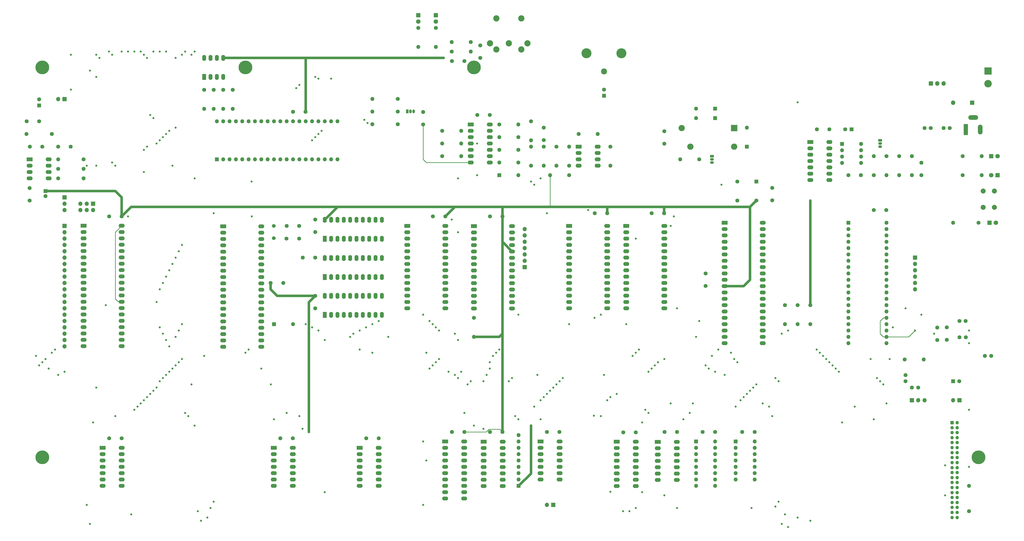
<source format=gbr>
%TF.GenerationSoftware,KiCad,Pcbnew,(6.0.6)*%
%TF.CreationDate,2022-08-03T12:05:02+02:00*%
%TF.ProjectId,Z80AllInOne,5a383041-6c6c-4496-9e4f-6e652e6b6963,rev?*%
%TF.SameCoordinates,Original*%
%TF.FileFunction,Copper,L2,Inr*%
%TF.FilePolarity,Positive*%
%FSLAX46Y46*%
G04 Gerber Fmt 4.6, Leading zero omitted, Abs format (unit mm)*
G04 Created by KiCad (PCBNEW (6.0.6)) date 2022-08-03 12:05:02*
%MOMM*%
%LPD*%
G01*
G04 APERTURE LIST*
%TA.AperFunction,ComponentPad*%
%ADD10R,1.600000X1.600000*%
%TD*%
%TA.AperFunction,ComponentPad*%
%ADD11O,1.600000X1.600000*%
%TD*%
%TA.AperFunction,ComponentPad*%
%ADD12C,1.600000*%
%TD*%
%TA.AperFunction,ComponentPad*%
%ADD13R,1.350000X1.350000*%
%TD*%
%TA.AperFunction,ComponentPad*%
%ADD14O,1.350000X1.350000*%
%TD*%
%TA.AperFunction,ComponentPad*%
%ADD15R,1.800000X1.800000*%
%TD*%
%TA.AperFunction,ComponentPad*%
%ADD16C,1.800000*%
%TD*%
%TA.AperFunction,ComponentPad*%
%ADD17C,5.500000*%
%TD*%
%TA.AperFunction,ComponentPad*%
%ADD18R,2.500000X2.500000*%
%TD*%
%TA.AperFunction,ComponentPad*%
%ADD19O,2.500000X2.500000*%
%TD*%
%TA.AperFunction,ComponentPad*%
%ADD20C,4.000000*%
%TD*%
%TA.AperFunction,ComponentPad*%
%ADD21C,2.400000*%
%TD*%
%TA.AperFunction,ComponentPad*%
%ADD22R,2.400000X1.600000*%
%TD*%
%TA.AperFunction,ComponentPad*%
%ADD23O,2.400000X1.600000*%
%TD*%
%TA.AperFunction,ComponentPad*%
%ADD24O,1.800000X1.800000*%
%TD*%
%TA.AperFunction,ComponentPad*%
%ADD25R,1.700000X1.700000*%
%TD*%
%TA.AperFunction,ComponentPad*%
%ADD26O,1.700000X1.700000*%
%TD*%
%TA.AperFunction,ComponentPad*%
%ADD27R,3.000000X3.000000*%
%TD*%
%TA.AperFunction,ComponentPad*%
%ADD28C,3.000000*%
%TD*%
%TA.AperFunction,ComponentPad*%
%ADD29C,1.500000*%
%TD*%
%TA.AperFunction,ComponentPad*%
%ADD30R,1.600000X2.400000*%
%TD*%
%TA.AperFunction,ComponentPad*%
%ADD31O,1.600000X2.400000*%
%TD*%
%TA.AperFunction,ComponentPad*%
%ADD32R,1.500000X1.050000*%
%TD*%
%TA.AperFunction,ComponentPad*%
%ADD33O,1.500000X1.050000*%
%TD*%
%TA.AperFunction,ComponentPad*%
%ADD34C,2.500000*%
%TD*%
%TA.AperFunction,ComponentPad*%
%ADD35R,1.800000X4.400000*%
%TD*%
%TA.AperFunction,ComponentPad*%
%ADD36O,1.800000X4.000000*%
%TD*%
%TA.AperFunction,ComponentPad*%
%ADD37O,4.000000X1.800000*%
%TD*%
%TA.AperFunction,ComponentPad*%
%ADD38C,2.000000*%
%TD*%
%TA.AperFunction,ComponentPad*%
%ADD39R,1.050000X1.500000*%
%TD*%
%TA.AperFunction,ComponentPad*%
%ADD40O,1.050000X1.500000*%
%TD*%
%TA.AperFunction,ViaPad*%
%ADD41C,0.800000*%
%TD*%
%TA.AperFunction,Conductor*%
%ADD42C,1.000000*%
%TD*%
%TA.AperFunction,Conductor*%
%ADD43C,0.250000*%
%TD*%
G04 APERTURE END LIST*
D10*
%TO.N,/WR*%
%TO.C,U27*%
X300355000Y-204470000D03*
D11*
X300355000Y-207010000D03*
%TO.N,Net-(U27-Pad13)*%
X300355000Y-209550000D03*
%TO.N,/IORQ*%
X300355000Y-212090000D03*
X300355000Y-214630000D03*
%TO.N,Net-(U27-Pad10)*%
X300355000Y-217170000D03*
%TO.N,GND*%
X300355000Y-219710000D03*
%TO.N,/IORD*%
X307975000Y-219710000D03*
%TO.N,Net-(U13-Pad8)*%
X307975000Y-217170000D03*
%TO.N,Net-(U27-Pad10)*%
X307975000Y-214630000D03*
%TO.N,/IOWR*%
X307975000Y-212090000D03*
%TO.N,Net-(U27-Pad10)*%
X307975000Y-209550000D03*
%TO.N,Net-(U27-Pad13)*%
X307975000Y-207010000D03*
%TO.N,VCC*%
X307975000Y-204470000D03*
%TD*%
D12*
%TO.N,Net-(J10-Pad38)*%
%TO.C,R44*%
X393700000Y-232410000D03*
D11*
%TO.N,VCC*%
X393700000Y-222250000D03*
%TD*%
D12*
%TO.N,Net-(D11-Pad1)*%
%TO.C,R43*%
X397510000Y-116840000D03*
D11*
%TO.N,Net-(J10-Pad39)*%
X387350000Y-116840000D03*
%TD*%
D13*
%TO.N,/MR*%
%TO.C,J10*%
X386985000Y-196900000D03*
D14*
%TO.N,GND*%
X388985000Y-196900000D03*
%TO.N,/BUS Expansion/D7*%
X386985000Y-198900000D03*
%TO.N,unconnected-(J10-Pad4)*%
X388985000Y-198900000D03*
%TO.N,/BUS Expansion/D6*%
X386985000Y-200900000D03*
%TO.N,unconnected-(J10-Pad6)*%
X388985000Y-200900000D03*
%TO.N,/BUS Expansion/D5*%
X386985000Y-202900000D03*
%TO.N,unconnected-(J10-Pad8)*%
X388985000Y-202900000D03*
%TO.N,/BUS Expansion/D4*%
X386985000Y-204900000D03*
%TO.N,unconnected-(J10-Pad10)*%
X388985000Y-204900000D03*
%TO.N,/BUS Expansion/D3*%
X386985000Y-206900000D03*
%TO.N,unconnected-(J10-Pad12)*%
X388985000Y-206900000D03*
%TO.N,/BUS Expansion/D2*%
X386985000Y-208900000D03*
%TO.N,unconnected-(J10-Pad14)*%
X388985000Y-208900000D03*
%TO.N,/BUS Expansion/D1*%
X386985000Y-210900000D03*
%TO.N,unconnected-(J10-Pad16)*%
X388985000Y-210900000D03*
%TO.N,/BUS Expansion/D0*%
X386985000Y-212900000D03*
%TO.N,unconnected-(J10-Pad18)*%
X388985000Y-212900000D03*
%TO.N,GND*%
X386985000Y-214900000D03*
%TO.N,VCC*%
X388985000Y-214900000D03*
%TO.N,unconnected-(J10-Pad21)*%
X386985000Y-216900000D03*
%TO.N,GND*%
X388985000Y-216900000D03*
%TO.N,/IOWR*%
X386985000Y-218900000D03*
%TO.N,GND*%
X388985000Y-218900000D03*
%TO.N,/IORD*%
X386985000Y-220900000D03*
%TO.N,GND*%
X388985000Y-220900000D03*
%TO.N,unconnected-(J10-Pad27)*%
X386985000Y-222900000D03*
%TO.N,unconnected-(J10-Pad28)*%
X388985000Y-222900000D03*
%TO.N,unconnected-(J10-Pad29)*%
X386985000Y-224900000D03*
%TO.N,GND*%
X388985000Y-224900000D03*
%TO.N,unconnected-(J10-Pad31)*%
X386985000Y-226900000D03*
%TO.N,unconnected-(J10-Pad32)*%
X388985000Y-226900000D03*
%TO.N,/IO/A1*%
X386985000Y-228900000D03*
%TO.N,unconnected-(J10-Pad34)*%
X388985000Y-228900000D03*
%TO.N,/IO/A0*%
X386985000Y-230900000D03*
%TO.N,/IO/A2*%
X388985000Y-230900000D03*
%TO.N,/CF_CE*%
X386985000Y-232900000D03*
%TO.N,Net-(J10-Pad38)*%
X388985000Y-232900000D03*
%TO.N,Net-(J10-Pad39)*%
X386985000Y-234900000D03*
%TO.N,GND*%
X388985000Y-234900000D03*
%TD*%
D15*
%TO.N,Net-(D11-Pad1)*%
%TO.C,D11*%
X401950000Y-116840000D03*
D16*
%TO.N,VCC*%
X404490000Y-116840000D03*
%TD*%
D12*
%TO.N,GND*%
%TO.C,C52*%
X302935000Y-200660000D03*
%TO.N,VCC*%
X307935000Y-200660000D03*
%TD*%
%TO.N,GND*%
%TO.C,C6*%
X355645000Y-111755000D03*
%TO.N,VCC*%
X360645000Y-111755000D03*
%TD*%
%TO.N,Net-(C49-Pad1)*%
%TO.C,R32*%
X194310000Y-44450000D03*
D11*
%TO.N,Net-(C48-Pad1)*%
X186690000Y-44450000D03*
%TD*%
D17*
%TO.N,GND*%
%TO.C,*%
X195580000Y-54610000D03*
%TD*%
%TO.N,GND*%
%TO.C,*%
X104140000Y-54610000D03*
%TD*%
D12*
%TO.N,Net-(R6-Pad1)*%
%TO.C,R6*%
X95250000Y-63589062D03*
D11*
%TO.N,GND*%
X95250000Y-71209062D03*
%TD*%
D17*
%TO.N,GND*%
%TO.C,*%
X397510000Y-210820000D03*
%TD*%
%TO.N,GND*%
%TO.C,*%
X22860000Y-54610000D03*
%TD*%
%TO.N,GND*%
%TO.C,REF\u002A\u002A*%
X22860000Y-210820000D03*
%TD*%
D12*
%TO.N,GND*%
%TO.C,C4*%
X314960000Y-102870000D03*
%TO.N,VCC*%
X314960000Y-107870000D03*
%TD*%
%TO.N,/{slash}RESET*%
%TO.C,R21*%
X355600000Y-97790000D03*
D11*
%TO.N,Net-(Q3-Pad2)*%
X355600000Y-90170000D03*
%TD*%
D12*
%TO.N,Net-(C49-Pad1)*%
%TO.C,C49*%
X198120000Y-50760000D03*
%TO.N,GND*%
X198120000Y-45760000D03*
%TD*%
D18*
%TO.N,VCC*%
%TO.C,K1*%
X299720000Y-78860000D03*
D19*
%TO.N,/IO/Casette Interface/M1*%
X278720000Y-78860000D03*
%TO.N,/IO/Casette Interface/M2*%
X282220000Y-86360000D03*
%TO.N,Net-(D7-Pad1)*%
X299720000Y-86360000D03*
%TD*%
D12*
%TO.N,Net-(R5-Pad1)*%
%TO.C,R5*%
X91440000Y-63589062D03*
D11*
%TO.N,GND*%
X91440000Y-71209062D03*
%TD*%
D12*
%TO.N,VCC*%
%TO.C,C32*%
X17780000Y-102910000D03*
%TO.N,GND*%
X17780000Y-107910000D03*
%TD*%
%TO.N,Net-(C19-Pad1)*%
%TO.C,R19*%
X165100000Y-67230000D03*
D11*
%TO.N,Net-(Q2-Pad1)*%
X154940000Y-67230000D03*
%TD*%
D20*
%TO.N,N/C*%
%TO.C,J3*%
X240650000Y-48940000D03*
%TO.N,GND*%
X254650000Y-48940000D03*
D21*
%TO.N,Net-(C19-Pad2)*%
X247650000Y-56210000D03*
%TD*%
D15*
%TO.N,Net-(D4-Pad1)*%
%TO.C,D4*%
X402590000Y-90170000D03*
D16*
%TO.N,VCC*%
X405130000Y-90170000D03*
%TD*%
D12*
%TO.N,VCC*%
%TO.C,C38*%
X207065000Y-200665000D03*
%TO.N,GND*%
X202065000Y-200665000D03*
%TD*%
D22*
%TO.N,Net-(JP3-Pad2)*%
%TO.C,U28*%
X184100000Y-204480000D03*
D23*
%TO.N,/BUS Expansion/D0*%
X184100000Y-207020000D03*
%TO.N,GND*%
X184100000Y-209560000D03*
%TO.N,Net-(U26-Pad9)*%
X184100000Y-212100000D03*
%TO.N,/BUS Expansion/D1*%
X184100000Y-214640000D03*
%TO.N,/BUS Expansion/D2*%
X184100000Y-217180000D03*
%TO.N,Net-(U26-Pad7)*%
X184100000Y-219720000D03*
%TO.N,Net-(U26-Pad6)*%
X184100000Y-222260000D03*
%TO.N,/BUS Expansion/D3*%
X184100000Y-224800000D03*
%TO.N,GND*%
X184100000Y-227340000D03*
%TO.N,/M1*%
X191720000Y-227340000D03*
%TO.N,/BUS Expansion/D4*%
X191720000Y-224800000D03*
%TO.N,GND*%
X191720000Y-222260000D03*
X191720000Y-219720000D03*
%TO.N,/BUS Expansion/D5*%
X191720000Y-217180000D03*
%TO.N,/BUS Expansion/D6*%
X191720000Y-214640000D03*
%TO.N,GND*%
X191720000Y-212100000D03*
X191720000Y-209560000D03*
%TO.N,/BUS Expansion/D7*%
X191720000Y-207020000D03*
%TO.N,VCC*%
X191720000Y-204480000D03*
%TD*%
D12*
%TO.N,Net-(R38-Pad1)*%
%TO.C,R38*%
X228600000Y-86360000D03*
D11*
%TO.N,VCC*%
X228600000Y-93980000D03*
%TD*%
D15*
%TO.N,Net-(C44-Pad1)*%
%TO.C,U29*%
X378460000Y-61025000D03*
D24*
%TO.N,GND*%
X381000000Y-61025000D03*
%TO.N,VCC*%
X383540000Y-61025000D03*
%TD*%
D10*
%TO.N,GND*%
%TO.C,D10*%
X205740000Y-97790000D03*
D11*
%TO.N,Net-(D10-Pad2)*%
X213360000Y-97790000D03*
%TD*%
D10*
%TO.N,Net-(D8-Pad1)*%
%TO.C,D8*%
X292100000Y-71120000D03*
D11*
%TO.N,/IO/Casette Interface/M1*%
X284480000Y-71120000D03*
%TD*%
D10*
%TO.N,Net-(C19-Pad1)*%
%TO.C,C19*%
X247650000Y-65957626D03*
D12*
%TO.N,Net-(C19-Pad2)*%
X247650000Y-63457626D03*
%TD*%
D10*
%TO.N,GND*%
%TO.C,U23*%
X342910000Y-85230000D03*
D11*
%TO.N,Net-(C34-Pad1)*%
X342910000Y-87770000D03*
%TO.N,Net-(U12-Pad1)*%
X342910000Y-90310000D03*
%TO.N,VCC*%
X342910000Y-92850000D03*
%TO.N,unconnected-(U23-Pad5)*%
X350530000Y-92850000D03*
%TO.N,Net-(C36-Pad1)*%
X350530000Y-90310000D03*
X350530000Y-87770000D03*
%TO.N,VCC*%
X350530000Y-85230000D03*
%TD*%
D12*
%TO.N,GND*%
%TO.C,C37*%
X224830000Y-200660000D03*
%TO.N,VCC*%
X229830000Y-200660000D03*
%TD*%
%TO.N,GND*%
%TO.C,R14*%
X39370000Y-91440000D03*
D11*
%TO.N,Net-(C30-Pad1)*%
X29210000Y-91440000D03*
%TD*%
D10*
%TO.N,Net-(D5-Pad1)*%
%TO.C,D5*%
X115570000Y-157480000D03*
D11*
%TO.N,/VDP_INT*%
X123190000Y-157480000D03*
%TD*%
D12*
%TO.N,Net-(R4-Pad1)*%
%TO.C,R4*%
X87630000Y-63589062D03*
D11*
%TO.N,GND*%
X87630000Y-71209062D03*
%TD*%
D22*
%TO.N,/INT_DEV2*%
%TO.C,U26*%
X199470000Y-204490000D03*
D23*
%TO.N,/INT_DEV3*%
X199470000Y-207030000D03*
%TO.N,/INT_DEV4*%
X199470000Y-209570000D03*
%TO.N,/INT_DEV5*%
X199470000Y-212110000D03*
%TO.N,GND*%
X199470000Y-214650000D03*
%TO.N,Net-(U26-Pad6)*%
X199470000Y-217190000D03*
%TO.N,Net-(U26-Pad7)*%
X199470000Y-219730000D03*
%TO.N,GND*%
X199470000Y-222270000D03*
%TO.N,Net-(U26-Pad9)*%
X207090000Y-222270000D03*
%TO.N,/CTC_INT*%
X207090000Y-219730000D03*
%TO.N,/UART_INT*%
X207090000Y-217190000D03*
%TO.N,/VDP_INT*%
X207090000Y-214650000D03*
%TO.N,/INT_DEV1*%
X207090000Y-212110000D03*
%TO.N,Net-(U25-Pad10)*%
X207090000Y-209570000D03*
%TO.N,unconnected-(U26-Pad15)*%
X207090000Y-207030000D03*
%TO.N,VCC*%
X207090000Y-204490000D03*
%TD*%
D12*
%TO.N,VCC*%
%TO.C,R3*%
X325120000Y-149860000D03*
D11*
%TO.N,/BUSRQ*%
X325120000Y-157480000D03*
%TD*%
D22*
%TO.N,/IO/A14*%
%TO.C,U2*%
X233680000Y-118110000D03*
D23*
%TO.N,/IO/A12*%
X233680000Y-120650000D03*
%TO.N,/IO/A7*%
X233680000Y-123190000D03*
%TO.N,/IO/A6*%
X233680000Y-125730000D03*
%TO.N,/IO/A5*%
X233680000Y-128270000D03*
%TO.N,/IO/A4*%
X233680000Y-130810000D03*
%TO.N,/IO/A3*%
X233680000Y-133350000D03*
%TO.N,/IO/A2*%
X233680000Y-135890000D03*
%TO.N,/IO/A1*%
X233680000Y-138430000D03*
%TO.N,/IO/A0*%
X233680000Y-140970000D03*
%TO.N,/BUS Expansion/D0*%
X233680000Y-143510000D03*
%TO.N,/BUS Expansion/D1*%
X233680000Y-146050000D03*
%TO.N,/BUS Expansion/D2*%
X233680000Y-148590000D03*
%TO.N,GND*%
X233680000Y-151130000D03*
%TO.N,/BUS Expansion/D3*%
X248920000Y-151130000D03*
%TO.N,/BUS Expansion/D4*%
X248920000Y-148590000D03*
%TO.N,/BUS Expansion/D5*%
X248920000Y-146050000D03*
%TO.N,/BUS Expansion/D6*%
X248920000Y-143510000D03*
%TO.N,/BUS Expansion/D7*%
X248920000Y-140970000D03*
%TO.N,/ROM_CE*%
X248920000Y-138430000D03*
%TO.N,/IO/A10*%
X248920000Y-135890000D03*
%TO.N,/RD*%
X248920000Y-133350000D03*
%TO.N,/IO/A11*%
X248920000Y-130810000D03*
%TO.N,/IO/A9*%
X248920000Y-128270000D03*
%TO.N,/IO/A8*%
X248920000Y-125730000D03*
%TO.N,/IO/A13*%
X248920000Y-123190000D03*
%TO.N,/WR*%
X248920000Y-120650000D03*
%TO.N,VCC*%
X248920000Y-118110000D03*
%TD*%
D12*
%TO.N,Net-(C30-Pad1)*%
%TO.C,C30*%
X29250000Y-86360000D03*
%TO.N,GND*%
X34250000Y-86360000D03*
%TD*%
%TO.N,Net-(C31-Pad1)*%
%TO.C,C31*%
X17860000Y-86360000D03*
%TO.N,Net-(C30-Pad1)*%
X22860000Y-86360000D03*
%TD*%
D15*
%TO.N,GND*%
%TO.C,D6*%
X405130000Y-97790000D03*
D16*
%TO.N,Net-(D6-Pad2)*%
X402590000Y-97790000D03*
%TD*%
D12*
%TO.N,GND*%
%TO.C,C34*%
X374650000Y-92750000D03*
%TO.N,Net-(C34-Pad1)*%
X374650000Y-97750000D03*
%TD*%
D22*
%TO.N,Net-(U20-Pad1)*%
%TO.C,U20*%
X47000000Y-207005000D03*
D23*
%TO.N,/IO/A0*%
X47000000Y-209545000D03*
%TO.N,/PSG_CE*%
X47000000Y-212085000D03*
%TO.N,Net-(U20-Pad4)*%
X47000000Y-214625000D03*
%TO.N,/PSG_CE*%
X47000000Y-217165000D03*
%TO.N,/WR*%
X47000000Y-219705000D03*
%TO.N,GND*%
X47000000Y-222245000D03*
%TO.N,N/C*%
X54620000Y-222245000D03*
X54620000Y-219705000D03*
X54620000Y-217165000D03*
X54620000Y-214625000D03*
X54620000Y-212085000D03*
X54620000Y-209545000D03*
%TO.N,VCC*%
X54620000Y-207005000D03*
%TD*%
D12*
%TO.N,Net-(C48-Pad1)*%
%TO.C,R29*%
X213360000Y-87630000D03*
D11*
%TO.N,Net-(R29-Pad2)*%
X205740000Y-87630000D03*
%TD*%
D12*
%TO.N,GND*%
%TO.C,C3*%
X266700000Y-113025000D03*
%TO.N,VCC*%
X271700000Y-113025000D03*
%TD*%
D22*
%TO.N,/IO/A14*%
%TO.C,U3*%
X256540000Y-118110000D03*
D23*
%TO.N,/IO/A12*%
X256540000Y-120650000D03*
%TO.N,/IO/A7*%
X256540000Y-123190000D03*
%TO.N,/IO/A6*%
X256540000Y-125730000D03*
%TO.N,/IO/A5*%
X256540000Y-128270000D03*
%TO.N,/IO/A4*%
X256540000Y-130810000D03*
%TO.N,/IO/A3*%
X256540000Y-133350000D03*
%TO.N,/IO/A2*%
X256540000Y-135890000D03*
%TO.N,/IO/A1*%
X256540000Y-138430000D03*
%TO.N,/IO/A0*%
X256540000Y-140970000D03*
%TO.N,/BUS Expansion/D0*%
X256540000Y-143510000D03*
%TO.N,/BUS Expansion/D1*%
X256540000Y-146050000D03*
%TO.N,/BUS Expansion/D2*%
X256540000Y-148590000D03*
%TO.N,GND*%
X256540000Y-151130000D03*
%TO.N,/BUS Expansion/D3*%
X271780000Y-151130000D03*
%TO.N,/BUS Expansion/D4*%
X271780000Y-148590000D03*
%TO.N,/BUS Expansion/D5*%
X271780000Y-146050000D03*
%TO.N,/BUS Expansion/D6*%
X271780000Y-143510000D03*
%TO.N,/BUS Expansion/D7*%
X271780000Y-140970000D03*
%TO.N,/RAM_CE*%
X271780000Y-138430000D03*
%TO.N,/IO/A10*%
X271780000Y-135890000D03*
%TO.N,/RD*%
X271780000Y-133350000D03*
%TO.N,/IO/A11*%
X271780000Y-130810000D03*
%TO.N,/IO/A9*%
X271780000Y-128270000D03*
%TO.N,/IO/A8*%
X271780000Y-125730000D03*
%TO.N,/IO/A13*%
X271780000Y-123190000D03*
%TO.N,VCC*%
X271780000Y-120650000D03*
X271780000Y-118110000D03*
%TD*%
D10*
%TO.N,Net-(R7-Pad1)*%
%TO.C,U4*%
X92715000Y-91445000D03*
D11*
%TO.N,Net-(R6-Pad1)*%
X95255000Y-91445000D03*
%TO.N,Net-(R5-Pad1)*%
X97795000Y-91445000D03*
%TO.N,Net-(R4-Pad1)*%
X100335000Y-91445000D03*
%TO.N,/RD*%
X102875000Y-91445000D03*
%TO.N,/PPI_CE*%
X105415000Y-91445000D03*
%TO.N,GND*%
X107955000Y-91445000D03*
%TO.N,/IO/A1*%
X110495000Y-91445000D03*
%TO.N,/IO/A0*%
X113035000Y-91445000D03*
%TO.N,/IO/Casette Interface/PC7*%
X115575000Y-91445000D03*
%TO.N,/IO/Casette Interface/PC6*%
X118115000Y-91445000D03*
%TO.N,/IO/Casette Interface/PC5*%
X120655000Y-91445000D03*
%TO.N,/IO/Casette Interface/PC4*%
X123195000Y-91445000D03*
%TO.N,/IO/PC0*%
X125735000Y-91445000D03*
%TO.N,/IO/PC1*%
X128275000Y-91445000D03*
%TO.N,/IO/Casette Interface/PC2*%
X130815000Y-91445000D03*
%TO.N,/IO/Casette Interface/PC3*%
X133355000Y-91445000D03*
%TO.N,/IO/PB0*%
X135895000Y-91445000D03*
%TO.N,/IO/PB1*%
X138435000Y-91445000D03*
%TO.N,/IO/PB2*%
X140975000Y-91445000D03*
%TO.N,/IO/PB3*%
X140975000Y-76205000D03*
%TO.N,/IO/PB4*%
X138435000Y-76205000D03*
%TO.N,/IO/PB5*%
X135895000Y-76205000D03*
%TO.N,/IO/PB6*%
X133355000Y-76205000D03*
%TO.N,/IO/PB7*%
X130815000Y-76205000D03*
%TO.N,VCC*%
X128275000Y-76205000D03*
%TO.N,/BUS Expansion/D7*%
X125735000Y-76205000D03*
%TO.N,/BUS Expansion/D6*%
X123195000Y-76205000D03*
%TO.N,/BUS Expansion/D5*%
X120655000Y-76205000D03*
%TO.N,/BUS Expansion/D4*%
X118115000Y-76205000D03*
%TO.N,/BUS Expansion/D3*%
X115575000Y-76205000D03*
%TO.N,/BUS Expansion/D2*%
X113035000Y-76205000D03*
%TO.N,/BUS Expansion/D1*%
X110495000Y-76205000D03*
%TO.N,/BUS Expansion/D0*%
X107955000Y-76205000D03*
%TO.N,/RESET_IO*%
X105415000Y-76205000D03*
%TO.N,/WR*%
X102875000Y-76205000D03*
%TO.N,/IO/PA7*%
X100335000Y-76205000D03*
%TO.N,/IO/PA6*%
X97795000Y-76205000D03*
%TO.N,/IO/PA5*%
X95255000Y-76205000D03*
%TO.N,/IO/PA4*%
X92715000Y-76205000D03*
%TD*%
D15*
%TO.N,Net-(D3-Pad1)*%
%TO.C,D3*%
X394970000Y-68680000D03*
D24*
%TO.N,Net-(C44-Pad1)*%
X387350000Y-68680000D03*
%TD*%
D22*
%TO.N,/IO/A8*%
%TO.C,U13*%
X269215000Y-204570000D03*
D23*
X269215000Y-207110000D03*
%TO.N,Net-(U13-Pad3)*%
X269215000Y-209650000D03*
%TO.N,/{slash}RESET*%
X269215000Y-212190000D03*
X269215000Y-214730000D03*
%TO.N,/MR*%
X269215000Y-217270000D03*
%TO.N,GND*%
X269215000Y-219810000D03*
%TO.N,Net-(U13-Pad8)*%
X276835000Y-219810000D03*
%TO.N,/RD*%
X276835000Y-217270000D03*
X276835000Y-214730000D03*
%TO.N,/UART_INT*%
X276835000Y-212190000D03*
%TO.N,Net-(U13-Pad12)*%
X276835000Y-209650000D03*
X276835000Y-207110000D03*
%TO.N,VCC*%
X276835000Y-204570000D03*
%TD*%
D12*
%TO.N,Net-(Q4-Pad2)*%
%TO.C,R24*%
X285750000Y-91440000D03*
D11*
%TO.N,/IO/PA7*%
X278130000Y-91440000D03*
%TD*%
D12*
%TO.N,GND*%
%TO.C,C23*%
X127080000Y-130810000D03*
%TO.N,VCC*%
X132080000Y-130810000D03*
%TD*%
D22*
%TO.N,/IO/PA6*%
%TO.C,U19*%
X237475000Y-86370000D03*
D23*
%TO.N,Net-(R35-Pad1)*%
X237475000Y-88910000D03*
%TO.N,Net-(R38-Pad1)*%
X237475000Y-91450000D03*
%TO.N,VCC*%
X237475000Y-93990000D03*
%TO.N,N/C*%
X245095000Y-93990000D03*
X245095000Y-91450000D03*
X245095000Y-88910000D03*
%TO.N,GND*%
X245095000Y-86370000D03*
%TD*%
D25*
%TO.N,Net-(C7-Pad2)*%
%TO.C,JP2*%
X370855000Y-187960000D03*
D26*
%TO.N,VCC*%
X373395000Y-187960000D03*
%TO.N,Net-(FB1-Pad2)*%
X375935000Y-187960000D03*
%TD*%
D27*
%TO.N,GND*%
%TO.C,J9*%
X401320000Y-55980000D03*
D28*
%TO.N,Net-(J9-Pad2)*%
X401320000Y-61060000D03*
%TD*%
D12*
%TO.N,Net-(R35-Pad1)*%
%TO.C,R36*%
X233680000Y-97790000D03*
D11*
%TO.N,VCC*%
X226060000Y-97790000D03*
%TD*%
D12*
%TO.N,Net-(D1-Pad2)*%
%TO.C,R8*%
X180340000Y-38735000D03*
D11*
%TO.N,/IO/PC1*%
X180340000Y-46355000D03*
%TD*%
D12*
%TO.N,VCC*%
%TO.C,C29*%
X54610000Y-114300000D03*
%TO.N,GND*%
X49610000Y-114300000D03*
%TD*%
D29*
%TO.N,Net-(C16-Pad2)*%
%TO.C,Y2*%
X115510000Y-123010000D03*
%TO.N,Net-(C17-Pad2)*%
X115510000Y-118110000D03*
%TD*%
D12*
%TO.N,VCC*%
%TO.C,C27*%
X292100000Y-200660000D03*
%TO.N,GND*%
X287100000Y-200660000D03*
%TD*%
D30*
%TO.N,GND*%
%TO.C,U9*%
X135890000Y-138530000D03*
D31*
%TO.N,/VIDEO/AD0*%
X138430000Y-138530000D03*
%TO.N,/VIDEO/AD1*%
X140970000Y-138530000D03*
%TO.N,/VIDEO/AD2*%
X143510000Y-138530000D03*
%TO.N,/VIDEO/AD3*%
X146050000Y-138530000D03*
%TO.N,/VIDEO/AD4*%
X148590000Y-138530000D03*
%TO.N,/VIDEO/AD5*%
X151130000Y-138530000D03*
%TO.N,/VIDEO/AD6*%
X153670000Y-138530000D03*
%TO.N,/VIDEO/AD7*%
X156210000Y-138530000D03*
%TO.N,GND*%
X158750000Y-138530000D03*
%TO.N,Net-(U17-Pad6)*%
X158750000Y-130910000D03*
%TO.N,/VIDEO/VA13*%
X156210000Y-130910000D03*
%TO.N,/VIDEO/VA12*%
X153670000Y-130910000D03*
%TO.N,/VIDEO/VA11*%
X151130000Y-130910000D03*
%TO.N,/VIDEO/VA10*%
X148590000Y-130910000D03*
%TO.N,/VIDEO/VA9*%
X146050000Y-130910000D03*
%TO.N,/VIDEO/VA8*%
X143510000Y-130910000D03*
%TO.N,/VIDEO/VA7*%
X140970000Y-130910000D03*
%TO.N,unconnected-(U9-Pad19)*%
X138430000Y-130910000D03*
%TO.N,VCC*%
X135890000Y-130910000D03*
%TD*%
D30*
%TO.N,GND*%
%TO.C,U8*%
X135895000Y-123280000D03*
D31*
%TO.N,/VIDEO/AD0*%
X138435000Y-123280000D03*
%TO.N,/VIDEO/AD1*%
X140975000Y-123280000D03*
%TO.N,/VIDEO/AD2*%
X143515000Y-123280000D03*
%TO.N,/VIDEO/AD3*%
X146055000Y-123280000D03*
%TO.N,/VIDEO/AD4*%
X148595000Y-123280000D03*
%TO.N,/VIDEO/AD5*%
X151135000Y-123280000D03*
%TO.N,/VIDEO/AD6*%
X153675000Y-123280000D03*
%TO.N,/VIDEO/AD7*%
X156215000Y-123280000D03*
%TO.N,GND*%
X158755000Y-123280000D03*
%TO.N,Net-(U17-Pad2)*%
X158755000Y-115660000D03*
%TO.N,/VIDEO/VA6*%
X156215000Y-115660000D03*
%TO.N,/VIDEO/VA5*%
X153675000Y-115660000D03*
%TO.N,/VIDEO/VA4*%
X151135000Y-115660000D03*
%TO.N,/VIDEO/VA3*%
X148595000Y-115660000D03*
%TO.N,/VIDEO/VA2*%
X146055000Y-115660000D03*
%TO.N,/VIDEO/VA1*%
X143515000Y-115660000D03*
%TO.N,/VIDEO/VA0*%
X140975000Y-115660000D03*
%TO.N,unconnected-(U8-Pad19)*%
X138435000Y-115660000D03*
%TO.N,VCC*%
X135895000Y-115660000D03*
%TD*%
D12*
%TO.N,Net-(C48-Pad1)*%
%TO.C,R28*%
X213360000Y-92710000D03*
D11*
%TO.N,Net-(R28-Pad2)*%
X205740000Y-92710000D03*
%TD*%
D12*
%TO.N,Net-(R35-Pad1)*%
%TO.C,R35*%
X233680000Y-93980000D03*
D11*
%TO.N,/IO/PA6*%
X233680000Y-86360000D03*
%TD*%
D25*
%TO.N,GND*%
%TO.C,SPEAKER1*%
X31750000Y-67310000D03*
D26*
%TO.N,Net-(C43-Pad2)*%
X29210000Y-67310000D03*
%TD*%
D10*
%TO.N,VCC*%
%TO.C,C42*%
X24130000Y-104140000D03*
D12*
%TO.N,GND*%
X24130000Y-106140000D03*
%TD*%
%TO.N,GND*%
%TO.C,R33*%
X186690000Y-48260000D03*
D11*
%TO.N,Net-(C49-Pad1)*%
X194310000Y-48260000D03*
%TD*%
D12*
%TO.N,Net-(R10-Pad1)*%
%TO.C,R10*%
X368012500Y-171550000D03*
D11*
%TO.N,Net-(C8-Pad1)*%
X375632500Y-171550000D03*
%TD*%
D12*
%TO.N,Net-(C44-Pad1)*%
%TO.C,C44*%
X375920000Y-78840000D03*
%TO.N,GND*%
X378420000Y-78840000D03*
%TD*%
%TO.N,GND*%
%TO.C,R37*%
X250190000Y-86360000D03*
D11*
%TO.N,Net-(R35-Pad1)*%
X250190000Y-93980000D03*
%TD*%
D12*
%TO.N,GND*%
%TO.C,R12*%
X29210000Y-99060000D03*
D11*
%TO.N,Net-(JP4-Pad1)*%
X39370000Y-99060000D03*
%TD*%
D22*
%TO.N,Net-(U12-Pad1)*%
%TO.C,U12*%
X330210000Y-84469436D03*
D23*
X330210000Y-87009436D03*
%TO.N,/{slash}RESET*%
X330210000Y-89549436D03*
X330210000Y-92089436D03*
X330210000Y-94629436D03*
%TO.N,/RESET_IO*%
X330210000Y-97169436D03*
%TO.N,GND*%
X330210000Y-99709436D03*
%TO.N,N/C*%
X337830000Y-99709436D03*
X337830000Y-97169436D03*
X337830000Y-94629436D03*
X337830000Y-92089436D03*
X337830000Y-89549436D03*
X337830000Y-87009436D03*
%TO.N,VCC*%
X337830000Y-84469436D03*
%TD*%
D22*
%TO.N,unconnected-(U22-Pad1)*%
%TO.C,U22*%
X17780000Y-91440000D03*
D23*
%TO.N,GND*%
X17780000Y-93980000D03*
%TO.N,Net-(C31-Pad1)*%
X17780000Y-96520000D03*
%TO.N,GND*%
X17780000Y-99060000D03*
%TO.N,Net-(C33-Pad1)*%
X25400000Y-99060000D03*
%TO.N,VCC*%
X25400000Y-96520000D03*
%TO.N,unconnected-(U22-Pad7)*%
X25400000Y-93980000D03*
%TO.N,unconnected-(U22-Pad8)*%
X25400000Y-91440000D03*
%TD*%
D12*
%TO.N,GND*%
%TO.C,C26*%
X118150000Y-203200000D03*
%TO.N,VCC*%
X123150000Y-203200000D03*
%TD*%
%TO.N,VCC*%
%TO.C,R11*%
X391160000Y-97790000D03*
D11*
%TO.N,Net-(D6-Pad2)*%
X398780000Y-97790000D03*
%TD*%
D12*
%TO.N,VCC*%
%TO.C,C35*%
X345480000Y-97790000D03*
%TO.N,GND*%
X350480000Y-97790000D03*
%TD*%
%TO.N,GND*%
%TO.C,C51*%
X223520000Y-78740000D03*
%TO.N,Net-(C51-Pad2)*%
X223520000Y-83740000D03*
%TD*%
%TO.N,Net-(R7-Pad1)*%
%TO.C,R7*%
X99060000Y-63589062D03*
D11*
%TO.N,GND*%
X99060000Y-71209062D03*
%TD*%
D25*
%TO.N,VCC*%
%TO.C,J4*%
X372110000Y-130810000D03*
D26*
%TO.N,GND*%
X372110000Y-133350000D03*
%TO.N,/DTR*%
X372110000Y-135890000D03*
%TO.N,/TX*%
X372110000Y-138430000D03*
%TO.N,/DSR*%
X372110000Y-140970000D03*
%TO.N,/RX*%
X372110000Y-143510000D03*
%TD*%
D12*
%TO.N,VCC*%
%TO.C,R2*%
X320040000Y-149860000D03*
D11*
%TO.N,/WAIT*%
X320040000Y-157480000D03*
%TD*%
D12*
%TO.N,Net-(C48-Pad1)*%
%TO.C,R30*%
X213360000Y-82550000D03*
D11*
%TO.N,Net-(R30-Pad2)*%
X205740000Y-82550000D03*
%TD*%
D30*
%TO.N,Net-(U10-Pad1)*%
%TO.C,U10*%
X135895000Y-153760000D03*
D31*
%TO.N,/VIDEO/AD0*%
X138435000Y-153760000D03*
%TO.N,/VIDEO/AD1*%
X140975000Y-153760000D03*
%TO.N,/VIDEO/AD2*%
X143515000Y-153760000D03*
%TO.N,/VIDEO/AD3*%
X146055000Y-153760000D03*
%TO.N,/VIDEO/AD4*%
X148595000Y-153760000D03*
%TO.N,/VIDEO/AD5*%
X151135000Y-153760000D03*
%TO.N,/VIDEO/AD6*%
X153675000Y-153760000D03*
%TO.N,/VIDEO/AD7*%
X156215000Y-153760000D03*
%TO.N,GND*%
X158755000Y-153760000D03*
%TO.N,Net-(U10-Pad11)*%
X158755000Y-146140000D03*
%TO.N,/VIDEO/VD7*%
X156215000Y-146140000D03*
%TO.N,/VIDEO/VD6*%
X153675000Y-146140000D03*
%TO.N,/VIDEO/VD5*%
X151135000Y-146140000D03*
%TO.N,/VIDEO/VD4*%
X148595000Y-146140000D03*
%TO.N,/VIDEO/VD3*%
X146055000Y-146140000D03*
%TO.N,/VIDEO/VD2*%
X143515000Y-146140000D03*
%TO.N,/VIDEO/VD1*%
X140975000Y-146140000D03*
%TO.N,/VIDEO/VD0*%
X138435000Y-146140000D03*
%TO.N,VCC*%
X135895000Y-146140000D03*
%TD*%
D12*
%TO.N,GND*%
%TO.C,C17*%
X125670000Y-118110000D03*
%TO.N,Net-(C17-Pad2)*%
X120670000Y-118110000D03*
%TD*%
D25*
%TO.N,Net-(J1-Pad1)*%
%TO.C,JP1*%
X389890000Y-187960000D03*
D26*
%TO.N,Net-(C41-Pad1)*%
X387350000Y-187960000D03*
%TD*%
D22*
%TO.N,/IO/Casette Interface/PC7*%
%TO.C,U18*%
X194310000Y-77470000D03*
D23*
%TO.N,Net-(R25-Pad2)*%
X194310000Y-80010000D03*
%TO.N,/IO/Casette Interface/PC6*%
X194310000Y-82550000D03*
%TO.N,Net-(R26-Pad2)*%
X194310000Y-85090000D03*
%TO.N,/IO/Casette Interface/PC5*%
X194310000Y-87630000D03*
%TO.N,Net-(R27-Pad2)*%
X194310000Y-90170000D03*
%TO.N,GND*%
X194310000Y-92710000D03*
%TO.N,Net-(R28-Pad2)*%
X201930000Y-92710000D03*
%TO.N,/IO/Casette Interface/PC4*%
X201930000Y-90170000D03*
%TO.N,Net-(R29-Pad2)*%
X201930000Y-87630000D03*
%TO.N,/IO/Casette Interface/PC3*%
X201930000Y-85090000D03*
%TO.N,Net-(R30-Pad2)*%
X201930000Y-82550000D03*
%TO.N,/IO/Casette Interface/PC2*%
X201930000Y-80010000D03*
%TO.N,VCC*%
X201930000Y-77470000D03*
%TD*%
D32*
%TO.N,Net-(Q3-Pad1)*%
%TO.C,Q3*%
X358140000Y-83820000D03*
D33*
%TO.N,Net-(Q3-Pad2)*%
X358140000Y-85090000D03*
%TO.N,GND*%
X358140000Y-86360000D03*
%TD*%
D22*
%TO.N,/VIDEO/{slash}RAS*%
%TO.C,U17*%
X149870000Y-207005000D03*
D23*
%TO.N,Net-(U17-Pad2)*%
X149870000Y-209545000D03*
%TO.N,Net-(U17-Pad3)*%
X149870000Y-212085000D03*
%TO.N,Net-(U17-Pad4)*%
X149870000Y-214625000D03*
X149870000Y-217165000D03*
%TO.N,Net-(U17-Pad6)*%
X149870000Y-219705000D03*
%TO.N,GND*%
X149870000Y-222245000D03*
%TO.N,Net-(U17-Pad3)*%
X157490000Y-222245000D03*
%TO.N,/VIDEO/{slash}CAS*%
X157490000Y-219705000D03*
%TO.N,Net-(U10-Pad11)*%
X157490000Y-217165000D03*
%TO.N,Net-(U10-Pad1)*%
X157490000Y-214625000D03*
%TO.N,N/C*%
X157490000Y-212085000D03*
X157490000Y-209545000D03*
%TO.N,VCC*%
X157490000Y-207005000D03*
%TD*%
D10*
%TO.N,/BUS Expansion/D0*%
%TO.C,U5*%
X345440000Y-116840000D03*
D11*
%TO.N,/BUS Expansion/D1*%
X345440000Y-119380000D03*
%TO.N,/BUS Expansion/D2*%
X345440000Y-121920000D03*
%TO.N,/BUS Expansion/D3*%
X345440000Y-124460000D03*
%TO.N,/BUS Expansion/D4*%
X345440000Y-127000000D03*
%TO.N,/BUS Expansion/D5*%
X345440000Y-129540000D03*
%TO.N,/BUS Expansion/D6*%
X345440000Y-132080000D03*
%TO.N,/BUS Expansion/D7*%
X345440000Y-134620000D03*
%TO.N,Net-(U5-Pad15)*%
X345440000Y-137160000D03*
%TO.N,/RX*%
X345440000Y-139700000D03*
%TO.N,/TX*%
X345440000Y-142240000D03*
%TO.N,VCC*%
X345440000Y-144780000D03*
X345440000Y-147320000D03*
%TO.N,/UART_CE*%
X345440000Y-149860000D03*
%TO.N,Net-(U5-Pad15)*%
X345440000Y-152400000D03*
%TO.N,/XTAL*%
X345440000Y-154940000D03*
%TO.N,unconnected-(U5-Pad17)*%
X345440000Y-157480000D03*
%TO.N,/WR*%
X345440000Y-160020000D03*
%TO.N,GND*%
X345440000Y-162560000D03*
X345440000Y-165100000D03*
%TO.N,/RD*%
X360680000Y-165100000D03*
%TO.N,GND*%
X360680000Y-162560000D03*
%TO.N,unconnected-(U5-Pad23)*%
X360680000Y-160020000D03*
%TO.N,unconnected-(U5-Pad24)*%
X360680000Y-157480000D03*
%TO.N,GND*%
X360680000Y-154940000D03*
%TO.N,/IO/A2*%
X360680000Y-152400000D03*
%TO.N,/IO/A1*%
X360680000Y-149860000D03*
%TO.N,/IO/A0*%
X360680000Y-147320000D03*
%TO.N,unconnected-(U5-Pad29)*%
X360680000Y-144780000D03*
%TO.N,Net-(U13-Pad12)*%
X360680000Y-142240000D03*
%TO.N,unconnected-(U5-Pad31)*%
X360680000Y-139700000D03*
%TO.N,Net-(U5-Pad32)*%
X360680000Y-137160000D03*
%TO.N,/DTR*%
X360680000Y-134620000D03*
%TO.N,unconnected-(U5-Pad34)*%
X360680000Y-132080000D03*
%TO.N,/RESET_IO*%
X360680000Y-129540000D03*
%TO.N,Net-(U5-Pad36)*%
X360680000Y-127000000D03*
%TO.N,/DSR*%
X360680000Y-124460000D03*
X360680000Y-121920000D03*
%TO.N,VCC*%
X360680000Y-119380000D03*
X360680000Y-116840000D03*
%TD*%
D12*
%TO.N,Net-(C30-Pad1)*%
%TO.C,R13*%
X29210000Y-95250000D03*
D11*
%TO.N,Net-(JP4-Pad1)*%
X39370000Y-95250000D03*
%TD*%
D22*
%TO.N,/BUS Expansion/D4*%
%TO.C,U24*%
X195630000Y-118160000D03*
D23*
%TO.N,/BUS Expansion/D5*%
X195630000Y-120700000D03*
%TO.N,/BUS Expansion/D6*%
X195630000Y-123240000D03*
%TO.N,/BUS Expansion/D7*%
X195630000Y-125780000D03*
%TO.N,GND*%
X195630000Y-128320000D03*
%TO.N,/RD*%
X195630000Y-130860000D03*
%TO.N,Net-(J8-Pad6)*%
X195630000Y-133400000D03*
%TO.N,Net-(J8-Pad4)*%
X195630000Y-135940000D03*
%TO.N,Net-(J8-Pad2)*%
X195630000Y-138480000D03*
%TO.N,/IORQ*%
X195630000Y-141020000D03*
%TO.N,unconnected-(U24-Pad11)*%
X195630000Y-143560000D03*
%TO.N,/CTC_INT*%
X195630000Y-146100000D03*
%TO.N,Net-(R42-Pad1)*%
X195630000Y-148640000D03*
%TO.N,/M1*%
X195630000Y-151180000D03*
%TO.N,/XTAL*%
X210870000Y-151180000D03*
%TO.N,/CTC_CE*%
X210870000Y-148640000D03*
%TO.N,/{slash}RESET*%
X210870000Y-146100000D03*
%TO.N,/IO/A0*%
X210870000Y-143560000D03*
%TO.N,/IO/A1*%
X210870000Y-141020000D03*
%TO.N,Net-(J8-Pad1)*%
X210870000Y-138480000D03*
%TO.N,Net-(J8-Pad3)*%
X210870000Y-135940000D03*
%TO.N,Net-(J8-Pad5)*%
X210870000Y-133400000D03*
%TO.N,Net-(J8-Pad7)*%
X210870000Y-130860000D03*
%TO.N,VCC*%
X210870000Y-128320000D03*
%TO.N,/BUS Expansion/D0*%
X210870000Y-125780000D03*
%TO.N,/BUS Expansion/D1*%
X210870000Y-123240000D03*
%TO.N,/BUS Expansion/D2*%
X210870000Y-120700000D03*
%TO.N,/BUS Expansion/D3*%
X210870000Y-118160000D03*
%TD*%
D10*
%TO.N,Net-(C41-Pad1)*%
%TO.C,C41*%
X387350000Y-180340000D03*
D12*
%TO.N,GND*%
X389850000Y-180340000D03*
%TD*%
%TO.N,VCC*%
%TO.C,C46*%
X337820000Y-79394436D03*
%TO.N,GND*%
X332820000Y-79394436D03*
%TD*%
D22*
%TO.N,/VIDEO/{slash}RAS*%
%TO.C,U7*%
X95250000Y-118215000D03*
D23*
%TO.N,/VIDEO/{slash}CAS*%
X95250000Y-120755000D03*
%TO.N,/VIDEO/AD7*%
X95250000Y-123295000D03*
%TO.N,/VIDEO/AD6*%
X95250000Y-125835000D03*
%TO.N,/VIDEO/AD5*%
X95250000Y-128375000D03*
%TO.N,/VIDEO/AD4*%
X95250000Y-130915000D03*
%TO.N,/VIDEO/AD3*%
X95250000Y-133455000D03*
%TO.N,/VIDEO/AD2*%
X95250000Y-135995000D03*
%TO.N,/VIDEO/AD1*%
X95250000Y-138535000D03*
%TO.N,/VIDEO/AD0*%
X95250000Y-141075000D03*
%TO.N,Net-(U10-Pad1)*%
X95250000Y-143615000D03*
%TO.N,GND*%
X95250000Y-146155000D03*
%TO.N,/IO/A0*%
X95250000Y-148695000D03*
%TO.N,/VIDEO/{slash}CSW*%
X95250000Y-151235000D03*
%TO.N,/VIDEO/{slash}CSR*%
X95250000Y-153775000D03*
%TO.N,Net-(D5-Pad1)*%
X95250000Y-156315000D03*
%TO.N,/BUS Expansion/D7*%
X95250000Y-158855000D03*
%TO.N,/BUS Expansion/D6*%
X95250000Y-161395000D03*
%TO.N,/BUS Expansion/D5*%
X95250000Y-163935000D03*
%TO.N,/BUS Expansion/D4*%
X95250000Y-166475000D03*
%TO.N,/BUS Expansion/D3*%
X110490000Y-166475000D03*
%TO.N,/BUS Expansion/D2*%
X110490000Y-163935000D03*
%TO.N,/BUS Expansion/D1*%
X110490000Y-161395000D03*
%TO.N,/BUS Expansion/D0*%
X110490000Y-158855000D03*
%TO.N,/VIDEO/VD7*%
X110490000Y-156315000D03*
%TO.N,/VIDEO/VD6*%
X110490000Y-153775000D03*
%TO.N,/VIDEO/VD5*%
X110490000Y-151235000D03*
%TO.N,/VIDEO/VD4*%
X110490000Y-148695000D03*
%TO.N,/VIDEO/VD3*%
X110490000Y-146155000D03*
%TO.N,/VIDEO/VD2*%
X110490000Y-143615000D03*
%TO.N,/VIDEO/VD1*%
X110490000Y-141075000D03*
%TO.N,/VIDEO/VD0*%
X110490000Y-138535000D03*
%TO.N,VCC*%
X110490000Y-135995000D03*
%TO.N,/{slash}RESET*%
X110490000Y-133455000D03*
%TO.N,unconnected-(U7-Pad35)*%
X110490000Y-130915000D03*
%TO.N,Net-(Q2-Pad2)*%
X110490000Y-128375000D03*
%TO.N,unconnected-(U7-Pad37)*%
X110490000Y-125835000D03*
%TO.N,unconnected-(U7-Pad38)*%
X110490000Y-123295000D03*
%TO.N,Net-(C16-Pad2)*%
X110490000Y-120755000D03*
%TO.N,Net-(C17-Pad2)*%
X110490000Y-118215000D03*
%TD*%
D12*
%TO.N,GND*%
%TO.C,C24*%
X179150000Y-114300000D03*
%TO.N,VCC*%
X184150000Y-114300000D03*
%TD*%
%TO.N,VCC*%
%TO.C,C20*%
X114280000Y-140970000D03*
%TO.N,GND*%
X119280000Y-140970000D03*
%TD*%
%TO.N,VCC*%
%TO.C,C45*%
X383540000Y-78840000D03*
%TO.N,GND*%
X386040000Y-78840000D03*
%TD*%
%TO.N,Net-(D10-Pad2)*%
%TO.C,R40*%
X218440000Y-93980000D03*
D11*
%TO.N,Net-(C51-Pad2)*%
X218440000Y-86360000D03*
%TD*%
D32*
%TO.N,Net-(D7-Pad1)*%
%TO.C,Q4*%
X290830000Y-90170000D03*
D33*
%TO.N,Net-(Q4-Pad2)*%
X290830000Y-91440000D03*
%TO.N,GND*%
X290830000Y-92710000D03*
%TD*%
D12*
%TO.N,GND*%
%TO.C,C5*%
X123190000Y-72350000D03*
%TO.N,VCC*%
X128190000Y-72350000D03*
%TD*%
D34*
%TO.N,/IO/Casette Interface/M1*%
%TO.C,J6*%
X202050000Y-44910000D03*
%TO.N,GND*%
X209550000Y-44910000D03*
%TO.N,/IO/Casette Interface/M2*%
X217050000Y-44910000D03*
%TO.N,Net-(C51-Pad2)*%
X204550000Y-47410000D03*
%TO.N,Net-(C49-Pad1)*%
X214550000Y-47410000D03*
%TO.N,N/C*%
X214550000Y-34910000D03*
X204550000Y-34910000D03*
%TD*%
D12*
%TO.N,Net-(R42-Pad1)*%
%TO.C,R42*%
X195580000Y-154940000D03*
D11*
%TO.N,VCC*%
X195580000Y-162560000D03*
%TD*%
D12*
%TO.N,GND*%
%TO.C,C2*%
X243920000Y-113025000D03*
%TO.N,VCC*%
X248920000Y-113025000D03*
%TD*%
%TO.N,VCC*%
%TO.C,C1*%
X288290000Y-142160000D03*
%TO.N,GND*%
X288290000Y-137160000D03*
%TD*%
%TO.N,VCC*%
%TO.C,C39*%
X207010000Y-114300000D03*
%TO.N,GND*%
X202010000Y-114300000D03*
%TD*%
D35*
%TO.N,GND*%
%TO.C,JP5*%
X392430000Y-79440000D03*
D36*
%TO.N,Net-(J9-Pad2)*%
X398230000Y-79440000D03*
D37*
%TO.N,Net-(D3-Pad1)*%
X395430000Y-74640000D03*
%TD*%
D12*
%TO.N,/IO/Casette Interface/M2*%
%TO.C,C47*%
X271780000Y-85170000D03*
%TO.N,/IO/Casette Interface/M1*%
X271780000Y-80170000D03*
%TD*%
%TO.N,Net-(R38-Pad1)*%
%TO.C,R39*%
X223520000Y-86360000D03*
D11*
%TO.N,Net-(D10-Pad2)*%
X223520000Y-93980000D03*
%TD*%
D12*
%TO.N,Net-(C48-Pad1)*%
%TO.C,C48*%
X191770000Y-52070000D03*
%TO.N,GND*%
X186770000Y-52070000D03*
%TD*%
%TO.N,GND*%
%TO.C,C22*%
X132080000Y-151090000D03*
%TO.N,VCC*%
X132080000Y-146090000D03*
%TD*%
D10*
%TO.N,Net-(C36-Pad1)*%
%TO.C,C36*%
X346710000Y-79394436D03*
D12*
%TO.N,GND*%
X344210000Y-79394436D03*
%TD*%
D25*
%TO.N,Net-(J5-Pad1)*%
%TO.C,J5*%
X31750000Y-106680000D03*
D26*
%TO.N,Net-(J5-Pad2)*%
X31750000Y-109220000D03*
%TO.N,Net-(J5-Pad3)*%
X31750000Y-111760000D03*
%TD*%
D12*
%TO.N,VCC*%
%TO.C,C21*%
X132080000Y-115570000D03*
%TO.N,GND*%
X132080000Y-120570000D03*
%TD*%
D22*
%TO.N,GND*%
%TO.C,U21*%
X39390000Y-118035000D03*
D23*
%TO.N,N/C*%
X39390000Y-120575000D03*
%TO.N,Net-(J5-Pad2)*%
X39390000Y-123115000D03*
%TO.N,Net-(J5-Pad3)*%
X39390000Y-125655000D03*
%TO.N,N/C*%
X39390000Y-128195000D03*
%TO.N,/SOUND/ROW7*%
X39390000Y-130735000D03*
%TO.N,/SOUND/ROW6*%
X39390000Y-133275000D03*
%TO.N,/SOUND/ROW5*%
X39390000Y-135815000D03*
%TO.N,/SOUND/ROW4*%
X39390000Y-138355000D03*
%TO.N,/SOUND/ROW3*%
X39390000Y-140895000D03*
%TO.N,/SOUND/ROW2*%
X39390000Y-143435000D03*
%TO.N,/SOUND/ROW1*%
X39390000Y-145975000D03*
%TO.N,/SOUND/ROW0*%
X39390000Y-148515000D03*
%TO.N,/SOUND/COL7*%
X39390000Y-151055000D03*
%TO.N,/SOUND/COL6*%
X39390000Y-153595000D03*
%TO.N,/SOUND/COL5*%
X39390000Y-156135000D03*
%TO.N,/SOUND/COL4*%
X39390000Y-158675000D03*
%TO.N,/SOUND/COL3*%
X39390000Y-161215000D03*
%TO.N,/SOUND/COL2*%
X39390000Y-163755000D03*
%TO.N,/SOUND/COL1*%
X39390000Y-166295000D03*
%TO.N,/SOUND/COL0*%
X54630000Y-166295000D03*
%TO.N,/XTAL*%
X54630000Y-163755000D03*
%TO.N,/{slash}RESET*%
X54630000Y-161215000D03*
%TO.N,GND*%
X54630000Y-158675000D03*
%TO.N,VCC*%
X54630000Y-156135000D03*
%TO.N,unconnected-(U21-Pad26)*%
X54630000Y-153595000D03*
%TO.N,Net-(U20-Pad4)*%
X54630000Y-151055000D03*
%TO.N,VCC*%
X54630000Y-148515000D03*
%TO.N,Net-(U20-Pad1)*%
X54630000Y-145975000D03*
%TO.N,/BUS Expansion/D7*%
X54630000Y-143435000D03*
%TO.N,/BUS Expansion/D6*%
X54630000Y-140895000D03*
%TO.N,/BUS Expansion/D5*%
X54630000Y-138355000D03*
%TO.N,/BUS Expansion/D4*%
X54630000Y-135815000D03*
%TO.N,/BUS Expansion/D3*%
X54630000Y-133275000D03*
%TO.N,/BUS Expansion/D2*%
X54630000Y-130735000D03*
%TO.N,/BUS Expansion/D1*%
X54630000Y-128195000D03*
%TO.N,/BUS Expansion/D0*%
X54630000Y-125655000D03*
%TO.N,Net-(J5-Pad1)*%
X54630000Y-123115000D03*
%TO.N,unconnected-(U21-Pad39)*%
X54630000Y-120575000D03*
%TO.N,VCC*%
X54630000Y-118035000D03*
%TD*%
D12*
%TO.N,Net-(C48-Pad1)*%
%TO.C,R25*%
X182880000Y-80010000D03*
D11*
%TO.N,Net-(R25-Pad2)*%
X190500000Y-80010000D03*
%TD*%
D12*
%TO.N,Net-(Q2-Pad1)*%
%TO.C,R18*%
X165100000Y-72310000D03*
D11*
%TO.N,GND*%
X154940000Y-72310000D03*
%TD*%
D12*
%TO.N,GND*%
%TO.C,C28*%
X49610000Y-203200000D03*
%TO.N,VCC*%
X54610000Y-203200000D03*
%TD*%
%TO.N,GND*%
%TO.C,C12*%
X392430000Y-162660000D03*
%TO.N,Net-(C12-Pad2)*%
X389930000Y-162660000D03*
%TD*%
%TO.N,Net-(C9-Pad1)*%
%TO.C,C9*%
X381000000Y-163830000D03*
%TO.N,GND*%
X381000000Y-158830000D03*
%TD*%
%TO.N,Net-(C48-Pad1)*%
%TO.C,R27*%
X182880000Y-90170000D03*
D11*
%TO.N,Net-(R27-Pad2)*%
X190500000Y-90170000D03*
%TD*%
D12*
%TO.N,VCC*%
%TO.C,C15*%
X260350000Y-200765000D03*
%TO.N,GND*%
X255350000Y-200765000D03*
%TD*%
%TO.N,GND*%
%TO.C,R41*%
X218440000Y-76200000D03*
D11*
%TO.N,Net-(C51-Pad2)*%
X218440000Y-83820000D03*
%TD*%
D25*
%TO.N,Net-(JP3-Pad1)*%
%TO.C,JP3*%
X227330000Y-229870000D03*
D26*
%TO.N,Net-(JP3-Pad2)*%
X224790000Y-229870000D03*
%TD*%
D16*
%TO.N,Net-(D1-Pad2)*%
%TO.C,D1*%
X180340000Y-36195000D03*
D15*
%TO.N,GND*%
X180340000Y-33655000D03*
%TD*%
D12*
%TO.N,VCC*%
%TO.C,C40*%
X191770000Y-200660000D03*
%TO.N,GND*%
X186770000Y-200660000D03*
%TD*%
%TO.N,GND*%
%TO.C,C11*%
X392390000Y-156210000D03*
%TO.N,Net-(C11-Pad2)*%
X389890000Y-156210000D03*
%TD*%
%TO.N,/IO/PA6*%
%TO.C,R34*%
X237490000Y-81280000D03*
D11*
%TO.N,VCC*%
X245110000Y-81280000D03*
%TD*%
D12*
%TO.N,VCC*%
%TO.C,R1*%
X330200000Y-149860000D03*
D11*
%TO.N,/NMI*%
X330200000Y-157480000D03*
%TD*%
D12*
%TO.N,VCC*%
%TO.C,R22*%
X360680000Y-90170000D03*
D11*
%TO.N,/{slash}RESET*%
X360680000Y-97790000D03*
%TD*%
D25*
%TO.N,Net-(JP4-Pad1)*%
%TO.C,JP4*%
X43165000Y-109215000D03*
D26*
%TO.N,Net-(J5-Pad1)*%
X43165000Y-111755000D03*
%TO.N,Net-(JP4-Pad1)*%
X40625000Y-109215000D03*
%TO.N,Net-(J5-Pad2)*%
X40625000Y-111755000D03*
%TO.N,Net-(JP4-Pad1)*%
X38085000Y-109215000D03*
%TO.N,Net-(J5-Pad3)*%
X38085000Y-111755000D03*
%TD*%
D10*
%TO.N,/MREQ*%
%TO.C,U15*%
X284470000Y-204460000D03*
D11*
%TO.N,GND*%
X284470000Y-207000000D03*
%TO.N,/IO/A15*%
X284470000Y-209540000D03*
%TO.N,/ROM_CE*%
X284470000Y-212080000D03*
%TO.N,/RAM_CE*%
X284470000Y-214620000D03*
%TO.N,unconnected-(U15-Pad6)*%
X284470000Y-217160000D03*
%TO.N,unconnected-(U15-Pad7)*%
X284470000Y-219700000D03*
%TO.N,GND*%
X284470000Y-222240000D03*
%TO.N,N/C*%
X292090000Y-222240000D03*
X292090000Y-219700000D03*
X292090000Y-217160000D03*
X292090000Y-214620000D03*
X292090000Y-212080000D03*
X292090000Y-209540000D03*
X292090000Y-207000000D03*
%TO.N,VCC*%
X292090000Y-204460000D03*
%TD*%
D12*
%TO.N,Net-(C33-Pad1)*%
%TO.C,C33*%
X21590000Y-76200000D03*
%TO.N,Net-(C33-Pad2)*%
X16590000Y-76200000D03*
%TD*%
%TO.N,VCC*%
%TO.C,R20*%
X365760000Y-90170000D03*
D11*
%TO.N,Net-(C36-Pad1)*%
X365760000Y-97790000D03*
%TD*%
D12*
%TO.N,Net-(Q3-Pad1)*%
%TO.C,R23*%
X391160000Y-90170000D03*
D11*
%TO.N,Net-(D4-Pad1)*%
X398780000Y-90170000D03*
%TD*%
D10*
%TO.N,Net-(D7-Pad1)*%
%TO.C,D7*%
X304800000Y-86360000D03*
D11*
%TO.N,VCC*%
X304800000Y-78740000D03*
%TD*%
D22*
%TO.N,/IO/A11*%
%TO.C,U1*%
X295910000Y-116840000D03*
D23*
%TO.N,/IO/A12*%
X295910000Y-119380000D03*
%TO.N,/IO/A13*%
X295910000Y-121920000D03*
%TO.N,/IO/A14*%
X295910000Y-124460000D03*
%TO.N,/IO/A15*%
X295910000Y-127000000D03*
%TO.N,/XTAL*%
X295910000Y-129540000D03*
%TO.N,/BUS Expansion/D4*%
X295910000Y-132080000D03*
%TO.N,/BUS Expansion/D3*%
X295910000Y-134620000D03*
%TO.N,/BUS Expansion/D5*%
X295910000Y-137160000D03*
%TO.N,/BUS Expansion/D6*%
X295910000Y-139700000D03*
%TO.N,VCC*%
X295910000Y-142240000D03*
%TO.N,/BUS Expansion/D2*%
X295910000Y-144780000D03*
%TO.N,/BUS Expansion/D7*%
X295910000Y-147320000D03*
%TO.N,/BUS Expansion/D0*%
X295910000Y-149860000D03*
%TO.N,/BUS Expansion/D1*%
X295910000Y-152400000D03*
%TO.N,/{slash}INT*%
X295910000Y-154940000D03*
%TO.N,/NMI*%
X295910000Y-157480000D03*
%TO.N,/HALT*%
X295910000Y-160020000D03*
%TO.N,/MREQ*%
X295910000Y-162560000D03*
%TO.N,/IORQ*%
X295910000Y-165100000D03*
%TO.N,/RD*%
X311150000Y-165100000D03*
%TO.N,/WR*%
X311150000Y-162560000D03*
%TO.N,/BUSACK*%
X311150000Y-160020000D03*
%TO.N,/WAIT*%
X311150000Y-157480000D03*
%TO.N,/BUSRQ*%
X311150000Y-154940000D03*
%TO.N,/{slash}RESET*%
X311150000Y-152400000D03*
%TO.N,/M1*%
X311150000Y-149860000D03*
%TO.N,/CPU_MEM/RFSH*%
X311150000Y-147320000D03*
%TO.N,GND*%
X311150000Y-144780000D03*
%TO.N,/IO/A0*%
X311150000Y-142240000D03*
%TO.N,/IO/A1*%
X311150000Y-139700000D03*
%TO.N,/IO/A2*%
X311150000Y-137160000D03*
%TO.N,/IO/A3*%
X311150000Y-134620000D03*
%TO.N,/IO/A4*%
X311150000Y-132080000D03*
%TO.N,/IO/A5*%
X311150000Y-129540000D03*
%TO.N,/IO/A6*%
X311150000Y-127000000D03*
%TO.N,/IO/A7*%
X311150000Y-124460000D03*
%TO.N,/IO/A8*%
X311150000Y-121920000D03*
%TO.N,/IO/A9*%
X311150000Y-119380000D03*
%TO.N,/IO/A10*%
X311150000Y-116840000D03*
%TD*%
D25*
%TO.N,GND*%
%TO.C,J7*%
X31750000Y-118110000D03*
D26*
%TO.N,unconnected-(J7-Pad2)*%
X31750000Y-120650000D03*
%TO.N,unconnected-(J7-Pad3)*%
X31750000Y-123190000D03*
%TO.N,unconnected-(J7-Pad4)*%
X31750000Y-125730000D03*
%TO.N,/SOUND/COL3*%
X31750000Y-128270000D03*
%TO.N,/SOUND/COL6*%
X31750000Y-130810000D03*
%TO.N,/SOUND/COL5*%
X31750000Y-133350000D03*
%TO.N,/SOUND/COL4*%
X31750000Y-135890000D03*
%TO.N,/SOUND/COL7*%
X31750000Y-138430000D03*
%TO.N,/SOUND/COL2*%
X31750000Y-140970000D03*
%TO.N,/SOUND/COL1*%
X31750000Y-143510000D03*
%TO.N,/SOUND/COL0*%
X31750000Y-146050000D03*
%TO.N,/SOUND/ROW0*%
X31750000Y-148590000D03*
%TO.N,/SOUND/ROW6*%
X31750000Y-151130000D03*
%TO.N,/SOUND/ROW5*%
X31750000Y-153670000D03*
%TO.N,/SOUND/ROW4*%
X31750000Y-156210000D03*
%TO.N,/SOUND/ROW3*%
X31750000Y-158750000D03*
%TO.N,/SOUND/ROW2*%
X31750000Y-161290000D03*
%TO.N,/SOUND/ROW1*%
X31750000Y-163830000D03*
%TO.N,/SOUND/ROW7*%
X31750000Y-166370000D03*
%TD*%
D10*
%TO.N,VCC*%
%TO.C,RN1*%
X213455000Y-222255000D03*
D11*
%TO.N,/CTC_INT*%
X213455000Y-219715000D03*
%TO.N,/UART_INT*%
X213455000Y-217175000D03*
%TO.N,/VDP_INT*%
X213455000Y-214635000D03*
%TO.N,/INT_DEV1*%
X213455000Y-212095000D03*
%TO.N,/INT_DEV2*%
X213455000Y-209555000D03*
%TO.N,/INT_DEV3*%
X213455000Y-207015000D03*
%TO.N,/INT_DEV4*%
X213455000Y-204475000D03*
%TO.N,/INT_DEV5*%
X213455000Y-201935000D03*
%TD*%
D12*
%TO.N,GND*%
%TO.C,R15*%
X26670000Y-81280000D03*
D11*
%TO.N,Net-(C33-Pad2)*%
X16510000Y-81280000D03*
%TD*%
D12*
%TO.N,GND*%
%TO.C,C7*%
X373380000Y-182880000D03*
%TO.N,Net-(C7-Pad2)*%
X370880000Y-182880000D03*
%TD*%
%TO.N,Net-(C48-Pad1)*%
%TO.C,R26*%
X182880000Y-85090000D03*
D11*
%TO.N,Net-(R26-Pad2)*%
X190500000Y-85090000D03*
%TD*%
D22*
%TO.N,/VDP_CE*%
%TO.C,U16*%
X115515000Y-207005000D03*
D23*
%TO.N,/IORQ*%
X115515000Y-209545000D03*
%TO.N,Net-(U16-Pad3)*%
X115515000Y-212085000D03*
X115515000Y-214625000D03*
%TO.N,/RD*%
X115515000Y-217165000D03*
%TO.N,/VIDEO/{slash}CSR*%
X115515000Y-219705000D03*
%TO.N,GND*%
X115515000Y-222245000D03*
%TO.N,/VIDEO/{slash}CSW*%
X123135000Y-222245000D03*
%TO.N,Net-(U16-Pad3)*%
X123135000Y-219705000D03*
%TO.N,/WR*%
X123135000Y-217165000D03*
%TO.N,N/C*%
X123135000Y-214625000D03*
X123135000Y-212085000D03*
X123135000Y-209545000D03*
%TO.N,VCC*%
X123135000Y-207005000D03*
%TD*%
D12*
%TO.N,VCC*%
%TO.C,R16*%
X370840000Y-90170000D03*
D11*
%TO.N,Net-(C34-Pad1)*%
X370840000Y-97790000D03*
%TD*%
D22*
%TO.N,/IO/A5*%
%TO.C,U14*%
X252730000Y-204565000D03*
D23*
%TO.N,/IO/A6*%
X252730000Y-207105000D03*
%TO.N,/IO/A7*%
X252730000Y-209645000D03*
%TO.N,/IORQ*%
X252730000Y-212185000D03*
X252730000Y-214725000D03*
%TO.N,Net-(U13-Pad3)*%
X252730000Y-217265000D03*
%TO.N,unconnected-(U14-Pad7)*%
X252730000Y-219805000D03*
%TO.N,GND*%
X252730000Y-222345000D03*
%TO.N,/DEV_CS1*%
X260350000Y-222345000D03*
%TO.N,/CF_CE*%
X260350000Y-219805000D03*
%TO.N,/CTC_CE*%
X260350000Y-217265000D03*
%TO.N,/PSG_CE*%
X260350000Y-214725000D03*
%TO.N,/VDP_CE*%
X260350000Y-212185000D03*
%TO.N,/UART_CE*%
X260350000Y-209645000D03*
%TO.N,/PPI_CE*%
X260350000Y-207105000D03*
%TO.N,VCC*%
X260350000Y-204565000D03*
%TD*%
D10*
%TO.N,Net-(D8-Pad1)*%
%TO.C,D9*%
X292100000Y-74930000D03*
D11*
%TO.N,/IO/Casette Interface/M2*%
X284480000Y-74930000D03*
%TD*%
D38*
%TO.N,GND*%
%TO.C,SW2*%
X403860000Y-110640000D03*
X403860000Y-104140000D03*
%TO.N,Net-(C34-Pad1)*%
X399360000Y-110640000D03*
X399360000Y-104140000D03*
%TD*%
D12*
%TO.N,VCC*%
%TO.C,C14*%
X276850000Y-200660000D03*
%TO.N,GND*%
X271850000Y-200660000D03*
%TD*%
%TO.N,GND*%
%TO.C,C16*%
X125630000Y-123190000D03*
%TO.N,Net-(C16-Pad2)*%
X120630000Y-123190000D03*
%TD*%
D10*
%TO.N,Net-(C33-Pad1)*%
%TO.C,C43*%
X21590000Y-69850000D03*
D12*
%TO.N,Net-(C43-Pad2)*%
X21590000Y-67350000D03*
%TD*%
D25*
%TO.N,Net-(J8-Pad1)*%
%TO.C,J8*%
X215900000Y-134625000D03*
D26*
%TO.N,Net-(J8-Pad2)*%
X215900000Y-132085000D03*
%TO.N,Net-(J8-Pad3)*%
X215900000Y-129545000D03*
%TO.N,Net-(J8-Pad4)*%
X215900000Y-127005000D03*
%TO.N,Net-(J8-Pad5)*%
X215900000Y-124465000D03*
%TO.N,Net-(J8-Pad6)*%
X215900000Y-121925000D03*
%TO.N,Net-(J8-Pad7)*%
X215900000Y-119385000D03*
%TD*%
D12*
%TO.N,GND*%
%TO.C,C18*%
X175260000Y-77430000D03*
%TO.N,VCC*%
X175260000Y-72430000D03*
%TD*%
%TO.N,Net-(C13-Pad1)*%
%TO.C,C13*%
X402590000Y-170180000D03*
%TO.N,GND*%
X400090000Y-170180000D03*
%TD*%
D10*
%TO.N,unconnected-(X1-Pad1)*%
%TO.C,X1*%
X308610000Y-100330000D03*
D12*
%TO.N,GND*%
X300990000Y-100330000D03*
%TO.N,/XTAL*%
X300990000Y-107950000D03*
%TO.N,VCC*%
X308610000Y-107950000D03*
%TD*%
%TO.N,Net-(Q2-Pad2)*%
%TO.C,R17*%
X165100000Y-77390000D03*
D11*
%TO.N,GND*%
X154940000Y-77390000D03*
%TD*%
D22*
%TO.N,/M1*%
%TO.C,U25*%
X222290000Y-204470000D03*
D23*
%TO.N,/IORQ*%
X222290000Y-207010000D03*
%TO.N,Net-(U25-Pad3)*%
X222290000Y-209550000D03*
X222290000Y-212090000D03*
%TO.N,Net-(U25-Pad10)*%
X222290000Y-214630000D03*
%TO.N,Net-(JP3-Pad1)*%
X222290000Y-217170000D03*
%TO.N,GND*%
X222290000Y-219710000D03*
%TO.N,Net-(U25-Pad12)*%
X229910000Y-219710000D03*
%TO.N,Net-(U25-Pad10)*%
X229910000Y-217170000D03*
X229910000Y-214630000D03*
%TO.N,/{slash}INT*%
X229910000Y-212090000D03*
%TO.N,Net-(U25-Pad12)*%
X229910000Y-209550000D03*
X229910000Y-207010000D03*
%TO.N,VCC*%
X229910000Y-204470000D03*
%TD*%
D12*
%TO.N,VCC*%
%TO.C,C50*%
X201930000Y-73660000D03*
%TO.N,GND*%
X196930000Y-73660000D03*
%TD*%
%TO.N,GND*%
%TO.C,C25*%
X152480000Y-203200000D03*
%TO.N,VCC*%
X157480000Y-203200000D03*
%TD*%
%TO.N,Net-(C8-Pad1)*%
%TO.C,C8*%
X368300000Y-180340000D03*
%TO.N,Net-(C7-Pad2)*%
X368300000Y-177840000D03*
%TD*%
%TO.N,VCC*%
%TO.C,R31*%
X205740000Y-77470000D03*
D11*
%TO.N,Net-(C48-Pad1)*%
X213360000Y-77470000D03*
%TD*%
D22*
%TO.N,GND*%
%TO.C,U11*%
X168910000Y-118110000D03*
D23*
%TO.N,/VIDEO/VA11*%
X168910000Y-120650000D03*
%TO.N,/VIDEO/VA9*%
X168910000Y-123190000D03*
%TO.N,/VIDEO/VA8*%
X168910000Y-125730000D03*
%TO.N,/VIDEO/VA6*%
X168910000Y-128270000D03*
%TO.N,/VIDEO/VA5*%
X168910000Y-130810000D03*
%TO.N,/VIDEO/VA3*%
X168910000Y-133350000D03*
%TO.N,/VIDEO/VA2*%
X168910000Y-135890000D03*
%TO.N,/VIDEO/VA1*%
X168910000Y-138430000D03*
%TO.N,/VIDEO/VA0*%
X168910000Y-140970000D03*
%TO.N,/VIDEO/VD0*%
X168910000Y-143510000D03*
%TO.N,/VIDEO/VD1*%
X168910000Y-146050000D03*
%TO.N,/VIDEO/VD2*%
X168910000Y-148590000D03*
%TO.N,GND*%
X168910000Y-151130000D03*
%TO.N,/VIDEO/VD3*%
X184150000Y-151130000D03*
%TO.N,/VIDEO/VD4*%
X184150000Y-148590000D03*
%TO.N,/VIDEO/VD5*%
X184150000Y-146050000D03*
%TO.N,/VIDEO/VD6*%
X184150000Y-143510000D03*
%TO.N,/VIDEO/VD7*%
X184150000Y-140970000D03*
%TO.N,/VIDEO/{slash}CAS*%
X184150000Y-138430000D03*
%TO.N,/VIDEO/VA4*%
X184150000Y-135890000D03*
%TO.N,Net-(U10-Pad11)*%
X184150000Y-133350000D03*
%TO.N,/VIDEO/VA7*%
X184150000Y-130810000D03*
%TO.N,/VIDEO/VA10*%
X184150000Y-128270000D03*
%TO.N,/VIDEO/VA12*%
X184150000Y-125730000D03*
%TO.N,/VIDEO/VA13*%
X184150000Y-123190000D03*
%TO.N,Net-(U10-Pad1)*%
X184150000Y-120650000D03*
%TO.N,VCC*%
X184150000Y-118110000D03*
%TD*%
D39*
%TO.N,Net-(Q2-Pad1)*%
%TO.C,Q2*%
X168910000Y-72230000D03*
D40*
%TO.N,Net-(Q2-Pad2)*%
X170180000Y-72230000D03*
%TO.N,VCC*%
X171450000Y-72230000D03*
%TD*%
D15*
%TO.N,GND*%
%TO.C,D2*%
X173355000Y-33655000D03*
D16*
%TO.N,Net-(D2-Pad2)*%
X173355000Y-36195000D03*
%TD*%
D12*
%TO.N,GND*%
%TO.C,C10*%
X384810000Y-158750000D03*
%TO.N,VCC*%
X384810000Y-163750000D03*
%TD*%
D30*
%TO.N,Net-(R4-Pad1)*%
%TO.C,SW1*%
X87640000Y-58420000D03*
D31*
%TO.N,Net-(R5-Pad1)*%
X90180000Y-58420000D03*
%TO.N,Net-(R6-Pad1)*%
X92720000Y-58420000D03*
%TO.N,Net-(R7-Pad1)*%
X95260000Y-58420000D03*
%TO.N,VCC*%
X95260000Y-50800000D03*
X92720000Y-50800000D03*
X90180000Y-50800000D03*
X87640000Y-50800000D03*
%TD*%
D12*
%TO.N,Net-(D2-Pad2)*%
%TO.C,R9*%
X173355000Y-38735000D03*
D11*
%TO.N,/IO/PC0*%
X173355000Y-46355000D03*
%TD*%
D41*
%TO.N,/RD*%
X274320000Y-189230000D03*
%TO.N,/{slash}RESET*%
X276860000Y-151130000D03*
%TO.N,/MR*%
X384175000Y-226060000D03*
X384175000Y-213995000D03*
X271780000Y-226060000D03*
%TO.N,Net-(U13-Pad8)*%
X276860000Y-231140000D03*
X306705000Y-231140000D03*
%TO.N,/WR*%
X300355000Y-190500000D03*
%TO.N,VCC*%
X393700000Y-191770000D03*
X393700000Y-214630000D03*
%TO.N,/CF_CE*%
X257810000Y-232410000D03*
%TO.N,/IO/A0*%
X316230000Y-230505000D03*
%TO.N,/IO/A1*%
X317500000Y-228600000D03*
%TO.N,/IO/PA4*%
X124460000Y-62865000D03*
%TO.N,/IO/PA5*%
X125730000Y-61595000D03*
%TO.N,/IO/PB4*%
X138430000Y-59055000D03*
%TO.N,/IO/PB6*%
X133350000Y-59055000D03*
%TO.N,/IO/PC1*%
X153035000Y-76835000D03*
%TO.N,/IO/PC0*%
X151765000Y-75565000D03*
%TO.N,VCC*%
X183515000Y-50800000D03*
%TO.N,/IO/PB0*%
X132080000Y-58420000D03*
%TO.N,VCC*%
X133985000Y-50800000D03*
%TO.N,GND*%
X224790000Y-113030000D03*
X233680000Y-157480000D03*
X256540000Y-157480000D03*
X372110000Y-160020000D03*
X41910000Y-55880000D03*
X222250000Y-99060000D03*
%TO.N,Net-(C11-Pad2)*%
X393700000Y-160020000D03*
X393700000Y-165100000D03*
%TO.N,/VDP_INT*%
X127000000Y-199390000D03*
X199390000Y-199390000D03*
%TO.N,Net-(FB1-Pad2)*%
X379730000Y-161290000D03*
%TO.N,/IO/PA7*%
X133350000Y-81280000D03*
%TO.N,/IO/PA6*%
X132080000Y-82550000D03*
%TO.N,/NMI*%
X88900000Y-234950000D03*
X330200000Y-236220000D03*
%TO.N,/WAIT*%
X85090000Y-232410000D03*
X320040000Y-233680000D03*
%TO.N,/BUSRQ*%
X325120000Y-234950000D03*
X58420000Y-233680000D03*
X45720000Y-50800000D03*
%TO.N,/{slash}RESET*%
X106660000Y-100330000D03*
X218440000Y-100330000D03*
X106680000Y-114300000D03*
X80010000Y-48260000D03*
X57150000Y-114300000D03*
X83820000Y-99060000D03*
%TO.N,/INT_DEV1*%
X40640000Y-93980000D03*
X91440000Y-113030000D03*
X91440000Y-228600000D03*
%TO.N,/XTAL*%
X219710000Y-101600000D03*
X294640000Y-101600000D03*
X48260000Y-149860000D03*
X44450000Y-49530000D03*
X52070000Y-93980000D03*
%TO.N,/IO/A11*%
X274320000Y-118110000D03*
X49530000Y-48260000D03*
%TO.N,/IO/A13*%
X50800000Y-92710000D03*
X44450000Y-58420000D03*
%TO.N,/IO/A14*%
X44450000Y-93980000D03*
X260350000Y-123190000D03*
%TO.N,/IO/A15*%
X34290000Y-63500000D03*
X34290000Y-49530000D03*
X285750000Y-156210000D03*
%TO.N,/BUS Expansion/D4*%
X73660000Y-166370000D03*
X337820000Y-172720000D03*
X73660000Y-135890000D03*
X185420000Y-176530000D03*
X190500000Y-176530000D03*
X300990000Y-172720000D03*
X269240000Y-172720000D03*
X68580000Y-85090000D03*
X73660000Y-176530000D03*
%TO.N,/BUS Expansion/D3*%
X69850000Y-83820000D03*
X299720000Y-171450000D03*
X74930000Y-175260000D03*
X336550000Y-171450000D03*
X69850000Y-48260000D03*
X201930000Y-172720000D03*
X271780000Y-171450000D03*
X110490000Y-175260000D03*
X74930000Y-133350000D03*
X177800000Y-175260000D03*
%TO.N,/BUS Expansion/D5*%
X67310000Y-74930000D03*
X72390000Y-138430000D03*
X288290000Y-173990000D03*
X187960000Y-177800000D03*
X267970000Y-173990000D03*
X72390000Y-177800000D03*
X67310000Y-48260000D03*
X201930000Y-175260000D03*
X72390000Y-163830000D03*
X339090000Y-173990000D03*
%TO.N,/BUS Expansion/D6*%
X266700000Y-175260000D03*
X66040000Y-73660000D03*
X71120000Y-179070000D03*
X289560000Y-175260000D03*
X71120000Y-161290000D03*
X340360000Y-175260000D03*
X200660000Y-177800000D03*
X71120000Y-140970000D03*
X189230000Y-179070000D03*
%TO.N,/BUS Expansion/D2*%
X290830000Y-170180000D03*
X179070000Y-173990000D03*
X76200000Y-162560000D03*
X76200000Y-130810000D03*
X203200000Y-170180000D03*
X76200000Y-173990000D03*
X335280000Y-170180000D03*
X71120000Y-82550000D03*
X259080000Y-170180000D03*
%TO.N,/BUS Expansion/D7*%
X341630000Y-176530000D03*
X265430000Y-176530000D03*
X194310000Y-180340000D03*
X69850000Y-143510000D03*
X63500000Y-49530000D03*
X292100000Y-176530000D03*
X64770000Y-86360000D03*
X69850000Y-158750000D03*
X199390000Y-180340000D03*
X69850000Y-180340000D03*
%TO.N,/BUS Expansion/D0*%
X78740000Y-171450000D03*
X332740000Y-167640000D03*
X78740000Y-157480000D03*
X73660000Y-80010000D03*
X293370000Y-167640000D03*
X261620000Y-167640000D03*
X78740000Y-125730000D03*
X181610000Y-171450000D03*
X205740000Y-167640000D03*
%TO.N,/BUS Expansion/D1*%
X72390000Y-48260000D03*
X260350000Y-168910000D03*
X180340000Y-172720000D03*
X334010000Y-168910000D03*
X77470000Y-172720000D03*
X77470000Y-128270000D03*
X204470000Y-168910000D03*
X72390000Y-81280000D03*
X77470000Y-160020000D03*
X298450000Y-168910000D03*
%TO.N,/{slash}INT*%
X243840000Y-154940000D03*
%TO.N,/HALT*%
X318770000Y-161290000D03*
X82550000Y-49530000D03*
X86360000Y-236220000D03*
X318770000Y-237490000D03*
%TO.N,/MREQ*%
X83820000Y-48260000D03*
X87630000Y-170180000D03*
X284480000Y-162560000D03*
%TO.N,/IORQ*%
X247650000Y-177800000D03*
X114300000Y-181610000D03*
X295910000Y-177800000D03*
X82550000Y-181610000D03*
X193040000Y-181610000D03*
X220980000Y-177800000D03*
%TO.N,/WR*%
X125730000Y-194310000D03*
X81280000Y-194310000D03*
X313690000Y-190500000D03*
X76200000Y-50800000D03*
X76200000Y-78740000D03*
X347980000Y-190500000D03*
X52070000Y-194310000D03*
X219710000Y-190500000D03*
X64770000Y-50800000D03*
%TO.N,/BUSACK*%
X321310000Y-238760000D03*
X321310000Y-160020000D03*
X41910000Y-237490000D03*
%TO.N,/M1*%
X314960000Y-194310000D03*
X222250000Y-195580000D03*
X78740000Y-49530000D03*
X213360000Y-195580000D03*
X213360000Y-153670000D03*
X195580000Y-198120000D03*
X83820000Y-198120000D03*
%TO.N,/IO/A0*%
X316230000Y-179070000D03*
X63500000Y-87630000D03*
X68580000Y-182880000D03*
X44450000Y-182880000D03*
X68580000Y-148590000D03*
X231140000Y-179070000D03*
X356870000Y-179070000D03*
X62230000Y-48260000D03*
X210820000Y-179070000D03*
%TO.N,/IO/A1*%
X358140000Y-180340000D03*
X63500000Y-96520000D03*
X209550000Y-180340000D03*
X67310000Y-184150000D03*
X229870000Y-180340000D03*
X317500000Y-180340000D03*
%TO.N,/IO/A2*%
X308610000Y-181610000D03*
X66040000Y-185420000D03*
X59690000Y-48260000D03*
X359410000Y-181610000D03*
X228600000Y-181610000D03*
%TO.N,/IO/A3*%
X307340000Y-182880000D03*
X227330000Y-182880000D03*
X64770000Y-186690000D03*
%TO.N,/IO/A4*%
X57150000Y-48260000D03*
X63500000Y-187960000D03*
X306070000Y-184150000D03*
X226060000Y-184150000D03*
%TO.N,/IO/A5*%
X252730000Y-185420000D03*
X62230000Y-189230000D03*
X224790000Y-185420000D03*
X304800000Y-185420000D03*
%TO.N,/IO/A6*%
X303530000Y-186690000D03*
X223520000Y-186690000D03*
X60960000Y-190500000D03*
X250190000Y-186690000D03*
X54610000Y-48260000D03*
%TO.N,/IO/A7*%
X59690000Y-191770000D03*
X248920000Y-187960000D03*
X222250000Y-187960000D03*
X302260000Y-187960000D03*
%TO.N,/IO/A8*%
X241300000Y-111760000D03*
%TO.N,/IO/A9*%
X50800000Y-49530000D03*
%TO.N,/IO/A10*%
X275590000Y-114300000D03*
%TO.N,/ROM_CE*%
X246380000Y-153670000D03*
X281940000Y-193040000D03*
X246380000Y-194310000D03*
%TO.N,/PPI_CE*%
X255270000Y-232410000D03*
X90170000Y-231140000D03*
%TO.N,/RESET_IO*%
X325120000Y-68580000D03*
X134620000Y-80010000D03*
%TO.N,/RX*%
X368300000Y-151130000D03*
%TO.N,/TX*%
X363220000Y-158750000D03*
X374650000Y-153670000D03*
%TO.N,/UART_CE*%
X262890000Y-196850000D03*
X342900000Y-196850000D03*
%TO.N,Net-(U5-Pad32)*%
X354330000Y-171450000D03*
X361950000Y-171450000D03*
%TO.N,Net-(U17-Pad2)*%
X187960000Y-161290000D03*
X147320000Y-161290000D03*
%TO.N,/VIDEO/VA4*%
X186690000Y-115570000D03*
%TO.N,Net-(U17-Pad6)*%
X161290000Y-162560000D03*
X146050000Y-162560000D03*
%TO.N,Net-(U10-Pad1)*%
X189230000Y-163830000D03*
X189230000Y-120650000D03*
X135890000Y-224790000D03*
X135895000Y-163825000D03*
%TO.N,Net-(U10-Pad11)*%
X175260000Y-153670000D03*
%TO.N,/VIDEO/VD7*%
X177800000Y-156210000D03*
X157480000Y-156210000D03*
%TO.N,/VIDEO/VD6*%
X154940000Y-157480000D03*
X179070000Y-157480000D03*
X128270000Y-157480000D03*
%TO.N,/VIDEO/VD5*%
X180340000Y-158750000D03*
X130810000Y-158750000D03*
X152400000Y-158750000D03*
%TO.N,/VIDEO/VD4*%
X133350000Y-160020000D03*
X149860000Y-160020000D03*
X181610000Y-160020000D03*
%TO.N,/VIDEO/{slash}CAS*%
X176530000Y-168910000D03*
X154940000Y-168910000D03*
X104140000Y-168910000D03*
%TO.N,Net-(U13-Pad12)*%
X279400000Y-195580000D03*
X355600000Y-195580000D03*
%TO.N,/CTC_CE*%
X243635000Y-194105000D03*
X262890000Y-224790000D03*
X250190000Y-224585000D03*
X212090000Y-194310000D03*
%TO.N,/PSG_CE*%
X265430000Y-193040000D03*
X43180000Y-196850000D03*
%TO.N,/VDP_CE*%
X115570000Y-195580000D03*
X264160000Y-191770000D03*
%TO.N,/VIDEO/{slash}RAS*%
X149860000Y-167640000D03*
X105410000Y-167640000D03*
%TO.N,/SOUND/ROW7*%
X31750000Y-176530000D03*
%TO.N,/SOUND/COL7*%
X25400000Y-175260000D03*
%TO.N,/SOUND/COL6*%
X21590000Y-173990000D03*
%TO.N,/SOUND/COL5*%
X22860000Y-172720000D03*
%TO.N,/SOUND/COL4*%
X24130000Y-171450000D03*
%TO.N,/SOUND/COL3*%
X20320000Y-170180000D03*
%TO.N,/SOUND/COL2*%
X26670000Y-168910000D03*
%TO.N,/SOUND/COL1*%
X27940000Y-167640000D03*
%TO.N,/SOUND/COL0*%
X29210000Y-177800000D03*
%TO.N,VCC*%
X218440000Y-198120000D03*
X330200000Y-107950000D03*
X129540000Y-200660000D03*
%TO.N,/DEV_CS1*%
X260350000Y-231140000D03*
X40640000Y-229870000D03*
%TO.N,Net-(U26-Pad9)*%
X176530000Y-212090000D03*
%TO.N,Net-(JP3-Pad2)*%
X175260000Y-229870000D03*
X175260000Y-204470000D03*
%TO.N,/IO/Casette Interface/PC7*%
X130810000Y-83820000D03*
%TO.N,/IO/Casette Interface/PC6*%
X189230000Y-99060000D03*
%TO.N,/IO/Casette Interface/PC5*%
X196850000Y-97790000D03*
%TO.N,/IO/Casette Interface/PC3*%
X196850000Y-85090000D03*
%TO.N,/RD*%
X80010000Y-193040000D03*
X283210000Y-189230000D03*
X191770000Y-193040000D03*
X74930000Y-93980000D03*
X311150000Y-189230000D03*
X120650000Y-193040000D03*
X360680000Y-189230000D03*
%TD*%
D42*
%TO.N,VCC*%
X128270000Y-72270000D02*
X128190000Y-72350000D01*
X128270000Y-50800000D02*
X128270000Y-72270000D01*
X126365000Y-50800000D02*
X183515000Y-50800000D01*
X126365000Y-50800000D02*
X95260000Y-50800000D01*
D43*
%TO.N,GND*%
X175260000Y-77430000D02*
X175260000Y-91440000D01*
X359410000Y-154940000D02*
X358140000Y-156210000D01*
X358140000Y-161290000D02*
X359410000Y-162560000D01*
X360680000Y-154940000D02*
X359410000Y-154940000D01*
X176530000Y-92710000D02*
X194310000Y-92710000D01*
X358140000Y-156210000D02*
X358140000Y-161290000D01*
X359410000Y-162560000D02*
X360680000Y-162560000D01*
X175260000Y-91440000D02*
X176530000Y-92710000D01*
X372110000Y-160020000D02*
X369570000Y-162560000D01*
X369570000Y-162560000D02*
X360680000Y-162560000D01*
D42*
%TO.N,VCC*%
X248920000Y-110490000D02*
X248920000Y-113025000D01*
X114280000Y-143490000D02*
X116880000Y-146090000D01*
D43*
X191770000Y-200660000D02*
X200479009Y-200660000D01*
D42*
X187960000Y-110490000D02*
X141065000Y-110490000D01*
X306070000Y-110490000D02*
X308610000Y-107950000D01*
X271780000Y-110490000D02*
X306070000Y-110490000D01*
D43*
X54630000Y-118035000D02*
X52070000Y-120595000D01*
X226060000Y-110490000D02*
X226060000Y-97790000D01*
D42*
X207010000Y-110490000D02*
X226060000Y-110490000D01*
X271700000Y-110570000D02*
X271700000Y-113025000D01*
D43*
X53265000Y-148515000D02*
X54630000Y-148515000D01*
D42*
X205740000Y-162560000D02*
X195580000Y-162560000D01*
X116880000Y-146090000D02*
X132080000Y-146090000D01*
X114280000Y-140970000D02*
X114280000Y-143490000D01*
X184150000Y-114300000D02*
X187960000Y-110490000D01*
X54610000Y-106680000D02*
X54610000Y-114300000D01*
X330200000Y-149860000D02*
X330200000Y-107950000D01*
D43*
X205940000Y-199540000D02*
X207065000Y-200665000D01*
D42*
X271780000Y-110490000D02*
X271700000Y-110570000D01*
X187960000Y-110490000D02*
X207010000Y-110490000D01*
X24130000Y-104140000D02*
X52070000Y-104140000D01*
X226060000Y-110490000D02*
X248920000Y-110490000D01*
D43*
X52070000Y-120595000D02*
X52070000Y-147320000D01*
D42*
X306070000Y-110490000D02*
X306070000Y-139700000D01*
D43*
X200479009Y-200660000D02*
X201599009Y-199540000D01*
D42*
X129540000Y-148630000D02*
X129540000Y-200660000D01*
X207010000Y-124460000D02*
X207010000Y-161290000D01*
X248920000Y-110490000D02*
X271780000Y-110490000D01*
X58420000Y-110490000D02*
X54610000Y-114300000D01*
X207010000Y-114300000D02*
X207010000Y-124460000D01*
X207010000Y-110490000D02*
X207010000Y-114300000D01*
X207065000Y-161345000D02*
X207065000Y-200665000D01*
X132080000Y-146090000D02*
X129540000Y-148630000D01*
X207010000Y-124460000D02*
X210870000Y-128320000D01*
X306070000Y-139700000D02*
X303530000Y-142240000D01*
X207010000Y-161290000D02*
X205740000Y-162560000D01*
X207010000Y-161290000D02*
X207065000Y-161345000D01*
X141065000Y-110490000D02*
X135895000Y-115660000D01*
X218440000Y-217270000D02*
X218440000Y-198120000D01*
X52070000Y-104140000D02*
X54610000Y-106680000D01*
X141065000Y-110490000D02*
X58420000Y-110490000D01*
D43*
X201599009Y-199540000D02*
X205940000Y-199540000D01*
X52070000Y-147320000D02*
X53265000Y-148515000D01*
D42*
X303530000Y-142240000D02*
X295910000Y-142240000D01*
X213455000Y-222255000D02*
X218440000Y-217270000D01*
%TD*%
M02*

</source>
